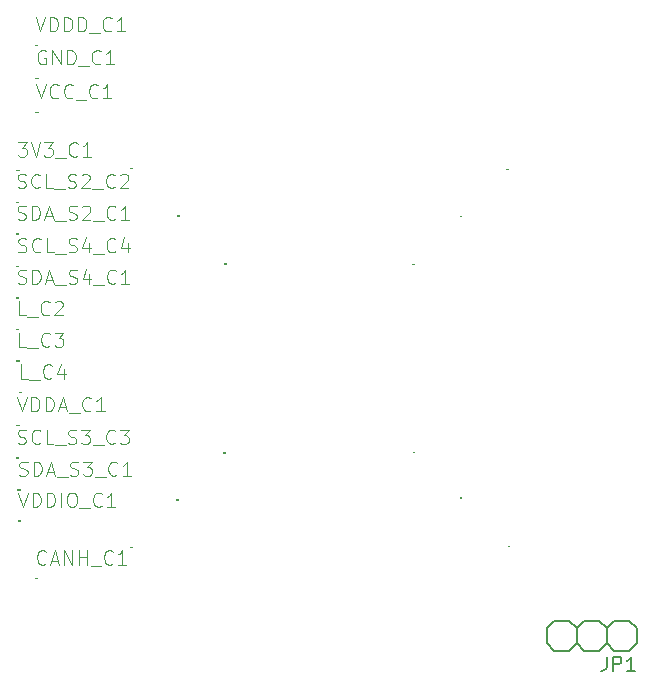
<source format=gbr>
G04 #@! TF.FileFunction,Legend,Top*
%FSLAX46Y46*%
G04 Gerber Fmt 4.6, Leading zero omitted, Abs format (unit mm)*
G04 Created by KiCad (PCBNEW 4.0.6) date 05/07/17 21:00:14*
%MOMM*%
%LPD*%
G01*
G04 APERTURE LIST*
%ADD10C,0.100000*%
%ADD11C,0.152400*%
%ADD12C,0.101600*%
%ADD13C,0.002032*%
%ADD14C,0.127000*%
G04 APERTURE END LIST*
D10*
D11*
X262800100Y-131458900D02*
X261530100Y-131458900D01*
X261530100Y-131458900D02*
X260895100Y-130823900D01*
X260895100Y-130823900D02*
X260895100Y-129553900D01*
X260895100Y-129553900D02*
X261530100Y-128918900D01*
X260895100Y-130823900D02*
X260260100Y-131458900D01*
X260260100Y-131458900D02*
X258990100Y-131458900D01*
X258990100Y-131458900D02*
X258355100Y-130823900D01*
X258355100Y-130823900D02*
X258355100Y-129553900D01*
X258355100Y-129553900D02*
X258990100Y-128918900D01*
X258990100Y-128918900D02*
X260260100Y-128918900D01*
X260260100Y-128918900D02*
X260895100Y-129553900D01*
X263435100Y-130823900D02*
X263435100Y-129553900D01*
X262800100Y-131458900D02*
X263435100Y-130823900D01*
X263435100Y-129553900D02*
X262800100Y-128918900D01*
X261530100Y-128918900D02*
X262800100Y-128918900D01*
X258355100Y-130823900D02*
X257720100Y-131458900D01*
X257720100Y-131458900D02*
X256450100Y-131458900D01*
X256450100Y-131458900D02*
X255815100Y-130823900D01*
X255815100Y-130823900D02*
X255815100Y-129553900D01*
X255815100Y-129553900D02*
X256450100Y-128918900D01*
X256450100Y-128918900D02*
X257720100Y-128918900D01*
X257720100Y-128918900D02*
X258355100Y-129553900D01*
D12*
X211034957Y-88417848D02*
X211781838Y-88417848D01*
X211379671Y-88877467D01*
X211552029Y-88877467D01*
X211666933Y-88934919D01*
X211724386Y-88992371D01*
X211781838Y-89107276D01*
X211781838Y-89394538D01*
X211724386Y-89509443D01*
X211666933Y-89566895D01*
X211552029Y-89624348D01*
X211207314Y-89624348D01*
X211092410Y-89566895D01*
X211034957Y-89509443D01*
X212126553Y-88417848D02*
X212528719Y-89624348D01*
X212930886Y-88417848D01*
X213218148Y-88417848D02*
X213965029Y-88417848D01*
X213562862Y-88877467D01*
X213735220Y-88877467D01*
X213850124Y-88934919D01*
X213907577Y-88992371D01*
X213965029Y-89107276D01*
X213965029Y-89394538D01*
X213907577Y-89509443D01*
X213850124Y-89566895D01*
X213735220Y-89624348D01*
X213390505Y-89624348D01*
X213275601Y-89566895D01*
X213218148Y-89509443D01*
X214194839Y-89739252D02*
X215114077Y-89739252D01*
X216090767Y-89509443D02*
X216033315Y-89566895D01*
X215860958Y-89624348D01*
X215746053Y-89624348D01*
X215573696Y-89566895D01*
X215458791Y-89451990D01*
X215401339Y-89337086D01*
X215343887Y-89107276D01*
X215343887Y-88934919D01*
X215401339Y-88705110D01*
X215458791Y-88590205D01*
X215573696Y-88475300D01*
X215746053Y-88417848D01*
X215860958Y-88417848D01*
X216033315Y-88475300D01*
X216090767Y-88532752D01*
X217239815Y-89624348D02*
X216550387Y-89624348D01*
X216895101Y-89624348D02*
X216895101Y-88417848D01*
X216780196Y-88590205D01*
X216665291Y-88705110D01*
X216550387Y-88762562D01*
D13*
X210910245Y-90788551D02*
X210910245Y-90764421D01*
X210919438Y-90764421D01*
X210921736Y-90765570D01*
X210922885Y-90766719D01*
X210924034Y-90769017D01*
X210924034Y-90772464D01*
X210922885Y-90774762D01*
X210921736Y-90775911D01*
X210919438Y-90777060D01*
X210910245Y-90777060D01*
X210930928Y-90764421D02*
X210944717Y-90764421D01*
X210937822Y-90788551D02*
X210937822Y-90764421D01*
X210966549Y-90788551D02*
X210958505Y-90777060D01*
X210952760Y-90788551D02*
X210952760Y-90764421D01*
X210961953Y-90764421D01*
X210964251Y-90765570D01*
X210965400Y-90766719D01*
X210966549Y-90769017D01*
X210966549Y-90772464D01*
X210965400Y-90774762D01*
X210964251Y-90775911D01*
X210961953Y-90777060D01*
X210952760Y-90777060D01*
X210989530Y-90788551D02*
X210975741Y-90788551D01*
X210982635Y-90788551D02*
X210982635Y-90764421D01*
X210980337Y-90767868D01*
X210978039Y-90770166D01*
X210975741Y-90771315D01*
X210996424Y-90764421D02*
X211010213Y-90764421D01*
X211003318Y-90788551D02*
X211003318Y-90764421D01*
X211018256Y-90788551D02*
X211018256Y-90764421D01*
X211027449Y-90764421D01*
X211029747Y-90765570D01*
X211030896Y-90766719D01*
X211032045Y-90769017D01*
X211032045Y-90772464D01*
X211030896Y-90774762D01*
X211029747Y-90775911D01*
X211027449Y-90777060D01*
X211018256Y-90777060D01*
X211055026Y-90788551D02*
X211041237Y-90788551D01*
X211048131Y-90788551D02*
X211048131Y-90764421D01*
X211045833Y-90767868D01*
X211043535Y-90770166D01*
X211041237Y-90771315D01*
X211078007Y-90788551D02*
X211064218Y-90788551D01*
X211071112Y-90788551D02*
X211071112Y-90764421D01*
X211068814Y-90767868D01*
X211066516Y-90770166D01*
X211064218Y-90771315D01*
X211102137Y-90788551D02*
X211094093Y-90777060D01*
X211088348Y-90788551D02*
X211088348Y-90764421D01*
X211097541Y-90764421D01*
X211099839Y-90765570D01*
X211100988Y-90766719D01*
X211102137Y-90769017D01*
X211102137Y-90772464D01*
X211100988Y-90774762D01*
X211099839Y-90775911D01*
X211097541Y-90777060D01*
X211088348Y-90777060D01*
D12*
X213383838Y-80652100D02*
X213268933Y-80594648D01*
X213096576Y-80594648D01*
X212924219Y-80652100D01*
X212809314Y-80767005D01*
X212751862Y-80881910D01*
X212694410Y-81111719D01*
X212694410Y-81284076D01*
X212751862Y-81513886D01*
X212809314Y-81628790D01*
X212924219Y-81743695D01*
X213096576Y-81801148D01*
X213211481Y-81801148D01*
X213383838Y-81743695D01*
X213441290Y-81686243D01*
X213441290Y-81284076D01*
X213211481Y-81284076D01*
X213958362Y-81801148D02*
X213958362Y-80594648D01*
X214647790Y-81801148D01*
X214647790Y-80594648D01*
X215222314Y-81801148D02*
X215222314Y-80594648D01*
X215509576Y-80594648D01*
X215681933Y-80652100D01*
X215796838Y-80767005D01*
X215854290Y-80881910D01*
X215911742Y-81111719D01*
X215911742Y-81284076D01*
X215854290Y-81513886D01*
X215796838Y-81628790D01*
X215681933Y-81743695D01*
X215509576Y-81801148D01*
X215222314Y-81801148D01*
X216141552Y-81916052D02*
X217060790Y-81916052D01*
X218037480Y-81686243D02*
X217980028Y-81743695D01*
X217807671Y-81801148D01*
X217692766Y-81801148D01*
X217520409Y-81743695D01*
X217405504Y-81628790D01*
X217348052Y-81513886D01*
X217290600Y-81284076D01*
X217290600Y-81111719D01*
X217348052Y-80881910D01*
X217405504Y-80767005D01*
X217520409Y-80652100D01*
X217692766Y-80594648D01*
X217807671Y-80594648D01*
X217980028Y-80652100D01*
X218037480Y-80709552D01*
X219186528Y-81801148D02*
X218497100Y-81801148D01*
X218841814Y-81801148D02*
X218841814Y-80594648D01*
X218726909Y-80767005D01*
X218612004Y-80881910D01*
X218497100Y-80939362D01*
D13*
X212512245Y-82965351D02*
X212512245Y-82941221D01*
X212521438Y-82941221D01*
X212523736Y-82942370D01*
X212524885Y-82943519D01*
X212526034Y-82945817D01*
X212526034Y-82949264D01*
X212524885Y-82951562D01*
X212523736Y-82952711D01*
X212521438Y-82953860D01*
X212512245Y-82953860D01*
X212532928Y-82941221D02*
X212546717Y-82941221D01*
X212539822Y-82965351D02*
X212539822Y-82941221D01*
X212568549Y-82965351D02*
X212560505Y-82953860D01*
X212554760Y-82965351D02*
X212554760Y-82941221D01*
X212563953Y-82941221D01*
X212566251Y-82942370D01*
X212567400Y-82943519D01*
X212568549Y-82945817D01*
X212568549Y-82949264D01*
X212567400Y-82951562D01*
X212566251Y-82952711D01*
X212563953Y-82953860D01*
X212554760Y-82953860D01*
X212591530Y-82965351D02*
X212577741Y-82965351D01*
X212584635Y-82965351D02*
X212584635Y-82941221D01*
X212582337Y-82944668D01*
X212580039Y-82946966D01*
X212577741Y-82948115D01*
X212598424Y-82941221D02*
X212612213Y-82941221D01*
X212605318Y-82965351D02*
X212605318Y-82941221D01*
X212620256Y-82965351D02*
X212620256Y-82941221D01*
X212629449Y-82941221D01*
X212631747Y-82942370D01*
X212632896Y-82943519D01*
X212634045Y-82945817D01*
X212634045Y-82949264D01*
X212632896Y-82951562D01*
X212631747Y-82952711D01*
X212629449Y-82953860D01*
X212620256Y-82953860D01*
X212657026Y-82965351D02*
X212643237Y-82965351D01*
X212650131Y-82965351D02*
X212650131Y-82941221D01*
X212647833Y-82944668D01*
X212645535Y-82946966D01*
X212643237Y-82948115D01*
X212680007Y-82965351D02*
X212666218Y-82965351D01*
X212673112Y-82965351D02*
X212673112Y-82941221D01*
X212670814Y-82944668D01*
X212668516Y-82946966D01*
X212666218Y-82948115D01*
X212704137Y-82965351D02*
X212696093Y-82953860D01*
X212690348Y-82965351D02*
X212690348Y-82941221D01*
X212699541Y-82941221D01*
X212701839Y-82942370D01*
X212702988Y-82943519D01*
X212704137Y-82945817D01*
X212704137Y-82949264D01*
X212702988Y-82951562D01*
X212701839Y-82952711D01*
X212699541Y-82953860D01*
X212690348Y-82953860D01*
D12*
X211697986Y-103060948D02*
X211123462Y-103060948D01*
X211123462Y-101854448D01*
X211812890Y-103175852D02*
X212732128Y-103175852D01*
X213708818Y-102946043D02*
X213651366Y-103003495D01*
X213479009Y-103060948D01*
X213364104Y-103060948D01*
X213191747Y-103003495D01*
X213076842Y-102888590D01*
X213019390Y-102773686D01*
X212961938Y-102543876D01*
X212961938Y-102371519D01*
X213019390Y-102141710D01*
X213076842Y-102026805D01*
X213191747Y-101911900D01*
X213364104Y-101854448D01*
X213479009Y-101854448D01*
X213651366Y-101911900D01*
X213708818Y-101969352D01*
X214168438Y-101969352D02*
X214225890Y-101911900D01*
X214340795Y-101854448D01*
X214628057Y-101854448D01*
X214742961Y-101911900D01*
X214800414Y-101969352D01*
X214857866Y-102084257D01*
X214857866Y-102199162D01*
X214800414Y-102371519D01*
X214110985Y-103060948D01*
X214857866Y-103060948D01*
D13*
X210883845Y-104225151D02*
X210883845Y-104201021D01*
X210893038Y-104201021D01*
X210895336Y-104202170D01*
X210896485Y-104203319D01*
X210897634Y-104205617D01*
X210897634Y-104209064D01*
X210896485Y-104211362D01*
X210895336Y-104212511D01*
X210893038Y-104213660D01*
X210883845Y-104213660D01*
X210904528Y-104201021D02*
X210918317Y-104201021D01*
X210911422Y-104225151D02*
X210911422Y-104201021D01*
X210940149Y-104225151D02*
X210932105Y-104213660D01*
X210926360Y-104225151D02*
X210926360Y-104201021D01*
X210935553Y-104201021D01*
X210937851Y-104202170D01*
X210939000Y-104203319D01*
X210940149Y-104205617D01*
X210940149Y-104209064D01*
X210939000Y-104211362D01*
X210937851Y-104212511D01*
X210935553Y-104213660D01*
X210926360Y-104213660D01*
X210963130Y-104225151D02*
X210949341Y-104225151D01*
X210956235Y-104225151D02*
X210956235Y-104201021D01*
X210953937Y-104204468D01*
X210951639Y-104206766D01*
X210949341Y-104207915D01*
X210970024Y-104201021D02*
X210983813Y-104201021D01*
X210976918Y-104225151D02*
X210976918Y-104201021D01*
X210991856Y-104225151D02*
X210991856Y-104201021D01*
X211001049Y-104201021D01*
X211003347Y-104202170D01*
X211004496Y-104203319D01*
X211005645Y-104205617D01*
X211005645Y-104209064D01*
X211004496Y-104211362D01*
X211003347Y-104212511D01*
X211001049Y-104213660D01*
X210991856Y-104213660D01*
X211028626Y-104225151D02*
X211014837Y-104225151D01*
X211021731Y-104225151D02*
X211021731Y-104201021D01*
X211019433Y-104204468D01*
X211017135Y-104206766D01*
X211014837Y-104207915D01*
X211051607Y-104225151D02*
X211037818Y-104225151D01*
X211044712Y-104225151D02*
X211044712Y-104201021D01*
X211042414Y-104204468D01*
X211040116Y-104206766D01*
X211037818Y-104207915D01*
X211075737Y-104225151D02*
X211067693Y-104213660D01*
X211061948Y-104225151D02*
X211061948Y-104201021D01*
X211071141Y-104201021D01*
X211073439Y-104202170D01*
X211074588Y-104203319D01*
X211075737Y-104205617D01*
X211075737Y-104209064D01*
X211074588Y-104211362D01*
X211073439Y-104212511D01*
X211071141Y-104213660D01*
X211061948Y-104213660D01*
D12*
X211723386Y-105727948D02*
X211148862Y-105727948D01*
X211148862Y-104521448D01*
X211838290Y-105842852D02*
X212757528Y-105842852D01*
X213734218Y-105613043D02*
X213676766Y-105670495D01*
X213504409Y-105727948D01*
X213389504Y-105727948D01*
X213217147Y-105670495D01*
X213102242Y-105555590D01*
X213044790Y-105440686D01*
X212987338Y-105210876D01*
X212987338Y-105038519D01*
X213044790Y-104808710D01*
X213102242Y-104693805D01*
X213217147Y-104578900D01*
X213389504Y-104521448D01*
X213504409Y-104521448D01*
X213676766Y-104578900D01*
X213734218Y-104636352D01*
X214136385Y-104521448D02*
X214883266Y-104521448D01*
X214481099Y-104981067D01*
X214653457Y-104981067D01*
X214768361Y-105038519D01*
X214825814Y-105095971D01*
X214883266Y-105210876D01*
X214883266Y-105498138D01*
X214825814Y-105613043D01*
X214768361Y-105670495D01*
X214653457Y-105727948D01*
X214308742Y-105727948D01*
X214193838Y-105670495D01*
X214136385Y-105613043D01*
D13*
X210909245Y-106892151D02*
X210909245Y-106868021D01*
X210918438Y-106868021D01*
X210920736Y-106869170D01*
X210921885Y-106870319D01*
X210923034Y-106872617D01*
X210923034Y-106876064D01*
X210921885Y-106878362D01*
X210920736Y-106879511D01*
X210918438Y-106880660D01*
X210909245Y-106880660D01*
X210929928Y-106868021D02*
X210943717Y-106868021D01*
X210936822Y-106892151D02*
X210936822Y-106868021D01*
X210965549Y-106892151D02*
X210957505Y-106880660D01*
X210951760Y-106892151D02*
X210951760Y-106868021D01*
X210960953Y-106868021D01*
X210963251Y-106869170D01*
X210964400Y-106870319D01*
X210965549Y-106872617D01*
X210965549Y-106876064D01*
X210964400Y-106878362D01*
X210963251Y-106879511D01*
X210960953Y-106880660D01*
X210951760Y-106880660D01*
X210988530Y-106892151D02*
X210974741Y-106892151D01*
X210981635Y-106892151D02*
X210981635Y-106868021D01*
X210979337Y-106871468D01*
X210977039Y-106873766D01*
X210974741Y-106874915D01*
X210995424Y-106868021D02*
X211009213Y-106868021D01*
X211002318Y-106892151D02*
X211002318Y-106868021D01*
X211017256Y-106892151D02*
X211017256Y-106868021D01*
X211026449Y-106868021D01*
X211028747Y-106869170D01*
X211029896Y-106870319D01*
X211031045Y-106872617D01*
X211031045Y-106876064D01*
X211029896Y-106878362D01*
X211028747Y-106879511D01*
X211026449Y-106880660D01*
X211017256Y-106880660D01*
X211054026Y-106892151D02*
X211040237Y-106892151D01*
X211047131Y-106892151D02*
X211047131Y-106868021D01*
X211044833Y-106871468D01*
X211042535Y-106873766D01*
X211040237Y-106874915D01*
X211077007Y-106892151D02*
X211063218Y-106892151D01*
X211070112Y-106892151D02*
X211070112Y-106868021D01*
X211067814Y-106871468D01*
X211065516Y-106873766D01*
X211063218Y-106874915D01*
X211101137Y-106892151D02*
X211093093Y-106880660D01*
X211087348Y-106892151D02*
X211087348Y-106868021D01*
X211096541Y-106868021D01*
X211098839Y-106869170D01*
X211099988Y-106870319D01*
X211101137Y-106872617D01*
X211101137Y-106876064D01*
X211099988Y-106878362D01*
X211098839Y-106879511D01*
X211096541Y-106880660D01*
X211087348Y-106880660D01*
D12*
X211899386Y-108420348D02*
X211324862Y-108420348D01*
X211324862Y-107213848D01*
X212014290Y-108535252D02*
X212933528Y-108535252D01*
X213910218Y-108305443D02*
X213852766Y-108362895D01*
X213680409Y-108420348D01*
X213565504Y-108420348D01*
X213393147Y-108362895D01*
X213278242Y-108247990D01*
X213220790Y-108133086D01*
X213163338Y-107903276D01*
X213163338Y-107730919D01*
X213220790Y-107501110D01*
X213278242Y-107386205D01*
X213393147Y-107271300D01*
X213565504Y-107213848D01*
X213680409Y-107213848D01*
X213852766Y-107271300D01*
X213910218Y-107328752D01*
X214944361Y-107616014D02*
X214944361Y-108420348D01*
X214657099Y-107156395D02*
X214369838Y-108018181D01*
X215116718Y-108018181D01*
D13*
X211085245Y-109584551D02*
X211085245Y-109560421D01*
X211094438Y-109560421D01*
X211096736Y-109561570D01*
X211097885Y-109562719D01*
X211099034Y-109565017D01*
X211099034Y-109568464D01*
X211097885Y-109570762D01*
X211096736Y-109571911D01*
X211094438Y-109573060D01*
X211085245Y-109573060D01*
X211105928Y-109560421D02*
X211119717Y-109560421D01*
X211112822Y-109584551D02*
X211112822Y-109560421D01*
X211141549Y-109584551D02*
X211133505Y-109573060D01*
X211127760Y-109584551D02*
X211127760Y-109560421D01*
X211136953Y-109560421D01*
X211139251Y-109561570D01*
X211140400Y-109562719D01*
X211141549Y-109565017D01*
X211141549Y-109568464D01*
X211140400Y-109570762D01*
X211139251Y-109571911D01*
X211136953Y-109573060D01*
X211127760Y-109573060D01*
X211164530Y-109584551D02*
X211150741Y-109584551D01*
X211157635Y-109584551D02*
X211157635Y-109560421D01*
X211155337Y-109563868D01*
X211153039Y-109566166D01*
X211150741Y-109567315D01*
X211171424Y-109560421D02*
X211185213Y-109560421D01*
X211178318Y-109584551D02*
X211178318Y-109560421D01*
X211193256Y-109584551D02*
X211193256Y-109560421D01*
X211202449Y-109560421D01*
X211204747Y-109561570D01*
X211205896Y-109562719D01*
X211207045Y-109565017D01*
X211207045Y-109568464D01*
X211205896Y-109570762D01*
X211204747Y-109571911D01*
X211202449Y-109573060D01*
X211193256Y-109573060D01*
X211230026Y-109584551D02*
X211216237Y-109584551D01*
X211223131Y-109584551D02*
X211223131Y-109560421D01*
X211220833Y-109563868D01*
X211218535Y-109566166D01*
X211216237Y-109567315D01*
X211253007Y-109584551D02*
X211239218Y-109584551D01*
X211246112Y-109584551D02*
X211246112Y-109560421D01*
X211243814Y-109563868D01*
X211241516Y-109566166D01*
X211239218Y-109567315D01*
X211277137Y-109584551D02*
X211269093Y-109573060D01*
X211263348Y-109584551D02*
X211263348Y-109560421D01*
X211272541Y-109560421D01*
X211274839Y-109561570D01*
X211275988Y-109562719D01*
X211277137Y-109565017D01*
X211277137Y-109568464D01*
X211275988Y-109570762D01*
X211274839Y-109571911D01*
X211272541Y-109573060D01*
X211263348Y-109573060D01*
D12*
X211018010Y-92233895D02*
X211190367Y-92291348D01*
X211477629Y-92291348D01*
X211592533Y-92233895D01*
X211649986Y-92176443D01*
X211707438Y-92061538D01*
X211707438Y-91946633D01*
X211649986Y-91831729D01*
X211592533Y-91774276D01*
X211477629Y-91716824D01*
X211247819Y-91659371D01*
X211132914Y-91601919D01*
X211075462Y-91544467D01*
X211018010Y-91429562D01*
X211018010Y-91314657D01*
X211075462Y-91199752D01*
X211132914Y-91142300D01*
X211247819Y-91084848D01*
X211535081Y-91084848D01*
X211707438Y-91142300D01*
X212913938Y-92176443D02*
X212856486Y-92233895D01*
X212684129Y-92291348D01*
X212569224Y-92291348D01*
X212396867Y-92233895D01*
X212281962Y-92118990D01*
X212224510Y-92004086D01*
X212167058Y-91774276D01*
X212167058Y-91601919D01*
X212224510Y-91372110D01*
X212281962Y-91257205D01*
X212396867Y-91142300D01*
X212569224Y-91084848D01*
X212684129Y-91084848D01*
X212856486Y-91142300D01*
X212913938Y-91199752D01*
X214005534Y-92291348D02*
X213431010Y-92291348D01*
X213431010Y-91084848D01*
X214120438Y-92406252D02*
X215039676Y-92406252D01*
X215269486Y-92233895D02*
X215441843Y-92291348D01*
X215729105Y-92291348D01*
X215844009Y-92233895D01*
X215901462Y-92176443D01*
X215958914Y-92061538D01*
X215958914Y-91946633D01*
X215901462Y-91831729D01*
X215844009Y-91774276D01*
X215729105Y-91716824D01*
X215499295Y-91659371D01*
X215384390Y-91601919D01*
X215326938Y-91544467D01*
X215269486Y-91429562D01*
X215269486Y-91314657D01*
X215326938Y-91199752D01*
X215384390Y-91142300D01*
X215499295Y-91084848D01*
X215786557Y-91084848D01*
X215958914Y-91142300D01*
X216418534Y-91199752D02*
X216475986Y-91142300D01*
X216590891Y-91084848D01*
X216878153Y-91084848D01*
X216993057Y-91142300D01*
X217050510Y-91199752D01*
X217107962Y-91314657D01*
X217107962Y-91429562D01*
X217050510Y-91601919D01*
X216361081Y-92291348D01*
X217107962Y-92291348D01*
X217337772Y-92406252D02*
X218257010Y-92406252D01*
X219233700Y-92176443D02*
X219176248Y-92233895D01*
X219003891Y-92291348D01*
X218888986Y-92291348D01*
X218716629Y-92233895D01*
X218601724Y-92118990D01*
X218544272Y-92004086D01*
X218486820Y-91774276D01*
X218486820Y-91601919D01*
X218544272Y-91372110D01*
X218601724Y-91257205D01*
X218716629Y-91142300D01*
X218888986Y-91084848D01*
X219003891Y-91084848D01*
X219176248Y-91142300D01*
X219233700Y-91199752D01*
X219693320Y-91199752D02*
X219750772Y-91142300D01*
X219865677Y-91084848D01*
X220152939Y-91084848D01*
X220267843Y-91142300D01*
X220325296Y-91199752D01*
X220382748Y-91314657D01*
X220382748Y-91429562D01*
X220325296Y-91601919D01*
X219635867Y-92291348D01*
X220382748Y-92291348D01*
D13*
X210835845Y-93455551D02*
X210835845Y-93431421D01*
X210845038Y-93431421D01*
X210847336Y-93432570D01*
X210848485Y-93433719D01*
X210849634Y-93436017D01*
X210849634Y-93439464D01*
X210848485Y-93441762D01*
X210847336Y-93442911D01*
X210845038Y-93444060D01*
X210835845Y-93444060D01*
X210856528Y-93431421D02*
X210870317Y-93431421D01*
X210863422Y-93455551D02*
X210863422Y-93431421D01*
X210892149Y-93455551D02*
X210884105Y-93444060D01*
X210878360Y-93455551D02*
X210878360Y-93431421D01*
X210887553Y-93431421D01*
X210889851Y-93432570D01*
X210891000Y-93433719D01*
X210892149Y-93436017D01*
X210892149Y-93439464D01*
X210891000Y-93441762D01*
X210889851Y-93442911D01*
X210887553Y-93444060D01*
X210878360Y-93444060D01*
X210915130Y-93455551D02*
X210901341Y-93455551D01*
X210908235Y-93455551D02*
X210908235Y-93431421D01*
X210905937Y-93434868D01*
X210903639Y-93437166D01*
X210901341Y-93438315D01*
X210922024Y-93431421D02*
X210935813Y-93431421D01*
X210928918Y-93455551D02*
X210928918Y-93431421D01*
X210943856Y-93455551D02*
X210943856Y-93431421D01*
X210953049Y-93431421D01*
X210955347Y-93432570D01*
X210956496Y-93433719D01*
X210957645Y-93436017D01*
X210957645Y-93439464D01*
X210956496Y-93441762D01*
X210955347Y-93442911D01*
X210953049Y-93444060D01*
X210943856Y-93444060D01*
X210980626Y-93455551D02*
X210966837Y-93455551D01*
X210973731Y-93455551D02*
X210973731Y-93431421D01*
X210971433Y-93434868D01*
X210969135Y-93437166D01*
X210966837Y-93438315D01*
X211003607Y-93455551D02*
X210989818Y-93455551D01*
X210996712Y-93455551D02*
X210996712Y-93431421D01*
X210994414Y-93434868D01*
X210992116Y-93437166D01*
X210989818Y-93438315D01*
X211027737Y-93455551D02*
X211019693Y-93444060D01*
X211013948Y-93455551D02*
X211013948Y-93431421D01*
X211023141Y-93431421D01*
X211025439Y-93432570D01*
X211026588Y-93433719D01*
X211027737Y-93436017D01*
X211027737Y-93439464D01*
X211026588Y-93441762D01*
X211025439Y-93442911D01*
X211023141Y-93444060D01*
X211013948Y-93444060D01*
D12*
X211041610Y-113900095D02*
X211213967Y-113957548D01*
X211501229Y-113957548D01*
X211616133Y-113900095D01*
X211673586Y-113842643D01*
X211731038Y-113727738D01*
X211731038Y-113612833D01*
X211673586Y-113497929D01*
X211616133Y-113440476D01*
X211501229Y-113383024D01*
X211271419Y-113325571D01*
X211156514Y-113268119D01*
X211099062Y-113210667D01*
X211041610Y-113095762D01*
X211041610Y-112980857D01*
X211099062Y-112865952D01*
X211156514Y-112808500D01*
X211271419Y-112751048D01*
X211558681Y-112751048D01*
X211731038Y-112808500D01*
X212937538Y-113842643D02*
X212880086Y-113900095D01*
X212707729Y-113957548D01*
X212592824Y-113957548D01*
X212420467Y-113900095D01*
X212305562Y-113785190D01*
X212248110Y-113670286D01*
X212190658Y-113440476D01*
X212190658Y-113268119D01*
X212248110Y-113038310D01*
X212305562Y-112923405D01*
X212420467Y-112808500D01*
X212592824Y-112751048D01*
X212707729Y-112751048D01*
X212880086Y-112808500D01*
X212937538Y-112865952D01*
X214029134Y-113957548D02*
X213454610Y-113957548D01*
X213454610Y-112751048D01*
X214144038Y-114072452D02*
X215063276Y-114072452D01*
X215293086Y-113900095D02*
X215465443Y-113957548D01*
X215752705Y-113957548D01*
X215867609Y-113900095D01*
X215925062Y-113842643D01*
X215982514Y-113727738D01*
X215982514Y-113612833D01*
X215925062Y-113497929D01*
X215867609Y-113440476D01*
X215752705Y-113383024D01*
X215522895Y-113325571D01*
X215407990Y-113268119D01*
X215350538Y-113210667D01*
X215293086Y-113095762D01*
X215293086Y-112980857D01*
X215350538Y-112865952D01*
X215407990Y-112808500D01*
X215522895Y-112751048D01*
X215810157Y-112751048D01*
X215982514Y-112808500D01*
X216384681Y-112751048D02*
X217131562Y-112751048D01*
X216729395Y-113210667D01*
X216901753Y-113210667D01*
X217016657Y-113268119D01*
X217074110Y-113325571D01*
X217131562Y-113440476D01*
X217131562Y-113727738D01*
X217074110Y-113842643D01*
X217016657Y-113900095D01*
X216901753Y-113957548D01*
X216557038Y-113957548D01*
X216442134Y-113900095D01*
X216384681Y-113842643D01*
X217361372Y-114072452D02*
X218280610Y-114072452D01*
X219257300Y-113842643D02*
X219199848Y-113900095D01*
X219027491Y-113957548D01*
X218912586Y-113957548D01*
X218740229Y-113900095D01*
X218625324Y-113785190D01*
X218567872Y-113670286D01*
X218510420Y-113440476D01*
X218510420Y-113268119D01*
X218567872Y-113038310D01*
X218625324Y-112923405D01*
X218740229Y-112808500D01*
X218912586Y-112751048D01*
X219027491Y-112751048D01*
X219199848Y-112808500D01*
X219257300Y-112865952D01*
X219659467Y-112751048D02*
X220406348Y-112751048D01*
X220004181Y-113210667D01*
X220176539Y-113210667D01*
X220291443Y-113268119D01*
X220348896Y-113325571D01*
X220406348Y-113440476D01*
X220406348Y-113727738D01*
X220348896Y-113842643D01*
X220291443Y-113900095D01*
X220176539Y-113957548D01*
X219831824Y-113957548D01*
X219716920Y-113900095D01*
X219659467Y-113842643D01*
D13*
X210859445Y-115121751D02*
X210859445Y-115097621D01*
X210868638Y-115097621D01*
X210870936Y-115098770D01*
X210872085Y-115099919D01*
X210873234Y-115102217D01*
X210873234Y-115105664D01*
X210872085Y-115107962D01*
X210870936Y-115109111D01*
X210868638Y-115110260D01*
X210859445Y-115110260D01*
X210880128Y-115097621D02*
X210893917Y-115097621D01*
X210887022Y-115121751D02*
X210887022Y-115097621D01*
X210915749Y-115121751D02*
X210907705Y-115110260D01*
X210901960Y-115121751D02*
X210901960Y-115097621D01*
X210911153Y-115097621D01*
X210913451Y-115098770D01*
X210914600Y-115099919D01*
X210915749Y-115102217D01*
X210915749Y-115105664D01*
X210914600Y-115107962D01*
X210913451Y-115109111D01*
X210911153Y-115110260D01*
X210901960Y-115110260D01*
X210938730Y-115121751D02*
X210924941Y-115121751D01*
X210931835Y-115121751D02*
X210931835Y-115097621D01*
X210929537Y-115101068D01*
X210927239Y-115103366D01*
X210924941Y-115104515D01*
X210945624Y-115097621D02*
X210959413Y-115097621D01*
X210952518Y-115121751D02*
X210952518Y-115097621D01*
X210967456Y-115121751D02*
X210967456Y-115097621D01*
X210976649Y-115097621D01*
X210978947Y-115098770D01*
X210980096Y-115099919D01*
X210981245Y-115102217D01*
X210981245Y-115105664D01*
X210980096Y-115107962D01*
X210978947Y-115109111D01*
X210976649Y-115110260D01*
X210967456Y-115110260D01*
X211004226Y-115121751D02*
X210990437Y-115121751D01*
X210997331Y-115121751D02*
X210997331Y-115097621D01*
X210995033Y-115101068D01*
X210992735Y-115103366D01*
X210990437Y-115104515D01*
X211027207Y-115121751D02*
X211013418Y-115121751D01*
X211020312Y-115121751D02*
X211020312Y-115097621D01*
X211018014Y-115101068D01*
X211015716Y-115103366D01*
X211013418Y-115104515D01*
X211051337Y-115121751D02*
X211043293Y-115110260D01*
X211037548Y-115121751D02*
X211037548Y-115097621D01*
X211046741Y-115097621D01*
X211049039Y-115098770D01*
X211050188Y-115099919D01*
X211051337Y-115102217D01*
X211051337Y-115105664D01*
X211050188Y-115107962D01*
X211049039Y-115109111D01*
X211046741Y-115110260D01*
X211037548Y-115110260D01*
D12*
X211068810Y-97669495D02*
X211241167Y-97726948D01*
X211528429Y-97726948D01*
X211643333Y-97669495D01*
X211700786Y-97612043D01*
X211758238Y-97497138D01*
X211758238Y-97382233D01*
X211700786Y-97267329D01*
X211643333Y-97209876D01*
X211528429Y-97152424D01*
X211298619Y-97094971D01*
X211183714Y-97037519D01*
X211126262Y-96980067D01*
X211068810Y-96865162D01*
X211068810Y-96750257D01*
X211126262Y-96635352D01*
X211183714Y-96577900D01*
X211298619Y-96520448D01*
X211585881Y-96520448D01*
X211758238Y-96577900D01*
X212964738Y-97612043D02*
X212907286Y-97669495D01*
X212734929Y-97726948D01*
X212620024Y-97726948D01*
X212447667Y-97669495D01*
X212332762Y-97554590D01*
X212275310Y-97439686D01*
X212217858Y-97209876D01*
X212217858Y-97037519D01*
X212275310Y-96807710D01*
X212332762Y-96692805D01*
X212447667Y-96577900D01*
X212620024Y-96520448D01*
X212734929Y-96520448D01*
X212907286Y-96577900D01*
X212964738Y-96635352D01*
X214056334Y-97726948D02*
X213481810Y-97726948D01*
X213481810Y-96520448D01*
X214171238Y-97841852D02*
X215090476Y-97841852D01*
X215320286Y-97669495D02*
X215492643Y-97726948D01*
X215779905Y-97726948D01*
X215894809Y-97669495D01*
X215952262Y-97612043D01*
X216009714Y-97497138D01*
X216009714Y-97382233D01*
X215952262Y-97267329D01*
X215894809Y-97209876D01*
X215779905Y-97152424D01*
X215550095Y-97094971D01*
X215435190Y-97037519D01*
X215377738Y-96980067D01*
X215320286Y-96865162D01*
X215320286Y-96750257D01*
X215377738Y-96635352D01*
X215435190Y-96577900D01*
X215550095Y-96520448D01*
X215837357Y-96520448D01*
X216009714Y-96577900D01*
X217043857Y-96922614D02*
X217043857Y-97726948D01*
X216756595Y-96462995D02*
X216469334Y-97324781D01*
X217216214Y-97324781D01*
X217388572Y-97841852D02*
X218307810Y-97841852D01*
X219284500Y-97612043D02*
X219227048Y-97669495D01*
X219054691Y-97726948D01*
X218939786Y-97726948D01*
X218767429Y-97669495D01*
X218652524Y-97554590D01*
X218595072Y-97439686D01*
X218537620Y-97209876D01*
X218537620Y-97037519D01*
X218595072Y-96807710D01*
X218652524Y-96692805D01*
X218767429Y-96577900D01*
X218939786Y-96520448D01*
X219054691Y-96520448D01*
X219227048Y-96577900D01*
X219284500Y-96635352D01*
X220318643Y-96922614D02*
X220318643Y-97726948D01*
X220031381Y-96462995D02*
X219744120Y-97324781D01*
X220491000Y-97324781D01*
D13*
X210886645Y-98891151D02*
X210886645Y-98867021D01*
X210895838Y-98867021D01*
X210898136Y-98868170D01*
X210899285Y-98869319D01*
X210900434Y-98871617D01*
X210900434Y-98875064D01*
X210899285Y-98877362D01*
X210898136Y-98878511D01*
X210895838Y-98879660D01*
X210886645Y-98879660D01*
X210907328Y-98867021D02*
X210921117Y-98867021D01*
X210914222Y-98891151D02*
X210914222Y-98867021D01*
X210942949Y-98891151D02*
X210934905Y-98879660D01*
X210929160Y-98891151D02*
X210929160Y-98867021D01*
X210938353Y-98867021D01*
X210940651Y-98868170D01*
X210941800Y-98869319D01*
X210942949Y-98871617D01*
X210942949Y-98875064D01*
X210941800Y-98877362D01*
X210940651Y-98878511D01*
X210938353Y-98879660D01*
X210929160Y-98879660D01*
X210965930Y-98891151D02*
X210952141Y-98891151D01*
X210959035Y-98891151D02*
X210959035Y-98867021D01*
X210956737Y-98870468D01*
X210954439Y-98872766D01*
X210952141Y-98873915D01*
X210972824Y-98867021D02*
X210986613Y-98867021D01*
X210979718Y-98891151D02*
X210979718Y-98867021D01*
X210994656Y-98891151D02*
X210994656Y-98867021D01*
X211003849Y-98867021D01*
X211006147Y-98868170D01*
X211007296Y-98869319D01*
X211008445Y-98871617D01*
X211008445Y-98875064D01*
X211007296Y-98877362D01*
X211006147Y-98878511D01*
X211003849Y-98879660D01*
X210994656Y-98879660D01*
X211031426Y-98891151D02*
X211017637Y-98891151D01*
X211024531Y-98891151D02*
X211024531Y-98867021D01*
X211022233Y-98870468D01*
X211019935Y-98872766D01*
X211017637Y-98873915D01*
X211054407Y-98891151D02*
X211040618Y-98891151D01*
X211047512Y-98891151D02*
X211047512Y-98867021D01*
X211045214Y-98870468D01*
X211042916Y-98872766D01*
X211040618Y-98873915D01*
X211078537Y-98891151D02*
X211070493Y-98879660D01*
X211064748Y-98891151D02*
X211064748Y-98867021D01*
X211073941Y-98867021D01*
X211076239Y-98868170D01*
X211077388Y-98869319D01*
X211078537Y-98871617D01*
X211078537Y-98875064D01*
X211077388Y-98877362D01*
X211076239Y-98878511D01*
X211073941Y-98879660D01*
X211064748Y-98879660D01*
X224439398Y-118657621D02*
X224453187Y-118657621D01*
X224446292Y-118681751D02*
X224446292Y-118657621D01*
X224461230Y-118681751D02*
X224461230Y-118657621D01*
X224470423Y-118657621D01*
X224472721Y-118658770D01*
X224473870Y-118659919D01*
X224475019Y-118662217D01*
X224475019Y-118665664D01*
X224473870Y-118667962D01*
X224472721Y-118669111D01*
X224470423Y-118670260D01*
X224461230Y-118670260D01*
X224493404Y-118669111D02*
X224496851Y-118670260D01*
X224498000Y-118671410D01*
X224499149Y-118673708D01*
X224499149Y-118677155D01*
X224498000Y-118679453D01*
X224496851Y-118680602D01*
X224494553Y-118681751D01*
X224485360Y-118681751D01*
X224485360Y-118657621D01*
X224493404Y-118657621D01*
X224495702Y-118658770D01*
X224496851Y-118659919D01*
X224498000Y-118662217D01*
X224498000Y-118664515D01*
X224496851Y-118666813D01*
X224495702Y-118667962D01*
X224493404Y-118669111D01*
X224485360Y-118669111D01*
X224508341Y-118659919D02*
X224509490Y-118658770D01*
X224511788Y-118657621D01*
X224517534Y-118657621D01*
X224519832Y-118658770D01*
X224520981Y-118659919D01*
X224522130Y-118662217D01*
X224522130Y-118664515D01*
X224520981Y-118667962D01*
X224507192Y-118681751D01*
X224522130Y-118681751D01*
X224533620Y-118680602D02*
X224533620Y-118681751D01*
X224532471Y-118684049D01*
X224531322Y-118685198D01*
X224555452Y-118657621D02*
X224543961Y-118657621D01*
X224542812Y-118669111D01*
X224543961Y-118667962D01*
X224546259Y-118666813D01*
X224552005Y-118666813D01*
X224554303Y-118667962D01*
X224555452Y-118669111D01*
X224556601Y-118671410D01*
X224556601Y-118677155D01*
X224555452Y-118679453D01*
X224554303Y-118680602D01*
X224552005Y-118681751D01*
X224546259Y-118681751D01*
X224543961Y-118680602D01*
X224542812Y-118679453D01*
X224577284Y-118665664D02*
X224577284Y-118681751D01*
X224571538Y-118656472D02*
X224565793Y-118673708D01*
X224580731Y-118673708D01*
X248435398Y-118482621D02*
X248449187Y-118482621D01*
X248442292Y-118506751D02*
X248442292Y-118482621D01*
X248457230Y-118506751D02*
X248457230Y-118482621D01*
X248466423Y-118482621D01*
X248468721Y-118483770D01*
X248469870Y-118484919D01*
X248471019Y-118487217D01*
X248471019Y-118490664D01*
X248469870Y-118492962D01*
X248468721Y-118494111D01*
X248466423Y-118495260D01*
X248457230Y-118495260D01*
X248489404Y-118494111D02*
X248492851Y-118495260D01*
X248494000Y-118496410D01*
X248495149Y-118498708D01*
X248495149Y-118502155D01*
X248494000Y-118504453D01*
X248492851Y-118505602D01*
X248490553Y-118506751D01*
X248481360Y-118506751D01*
X248481360Y-118482621D01*
X248489404Y-118482621D01*
X248491702Y-118483770D01*
X248492851Y-118484919D01*
X248494000Y-118487217D01*
X248494000Y-118489515D01*
X248492851Y-118491813D01*
X248491702Y-118492962D01*
X248489404Y-118494111D01*
X248481360Y-118494111D01*
X248504341Y-118484919D02*
X248505490Y-118483770D01*
X248507788Y-118482621D01*
X248513534Y-118482621D01*
X248515832Y-118483770D01*
X248516981Y-118484919D01*
X248518130Y-118487217D01*
X248518130Y-118489515D01*
X248516981Y-118492962D01*
X248503192Y-118506751D01*
X248518130Y-118506751D01*
X248529620Y-118505602D02*
X248529620Y-118506751D01*
X248528471Y-118509049D01*
X248527322Y-118510198D01*
X248551452Y-118482621D02*
X248539961Y-118482621D01*
X248538812Y-118494111D01*
X248539961Y-118492962D01*
X248542259Y-118491813D01*
X248548005Y-118491813D01*
X248550303Y-118492962D01*
X248551452Y-118494111D01*
X248552601Y-118496410D01*
X248552601Y-118502155D01*
X248551452Y-118504453D01*
X248550303Y-118505602D01*
X248548005Y-118506751D01*
X248542259Y-118506751D01*
X248539961Y-118505602D01*
X248538812Y-118504453D01*
X248573284Y-118490664D02*
X248573284Y-118506751D01*
X248567538Y-118481472D02*
X248561793Y-118498708D01*
X248576731Y-118498708D01*
X248432398Y-94666621D02*
X248446187Y-94666621D01*
X248439292Y-94690751D02*
X248439292Y-94666621D01*
X248454230Y-94690751D02*
X248454230Y-94666621D01*
X248463423Y-94666621D01*
X248465721Y-94667770D01*
X248466870Y-94668919D01*
X248468019Y-94671217D01*
X248468019Y-94674664D01*
X248466870Y-94676962D01*
X248465721Y-94678111D01*
X248463423Y-94679260D01*
X248454230Y-94679260D01*
X248486404Y-94678111D02*
X248489851Y-94679260D01*
X248491000Y-94680410D01*
X248492149Y-94682708D01*
X248492149Y-94686155D01*
X248491000Y-94688453D01*
X248489851Y-94689602D01*
X248487553Y-94690751D01*
X248478360Y-94690751D01*
X248478360Y-94666621D01*
X248486404Y-94666621D01*
X248488702Y-94667770D01*
X248489851Y-94668919D01*
X248491000Y-94671217D01*
X248491000Y-94673515D01*
X248489851Y-94675813D01*
X248488702Y-94676962D01*
X248486404Y-94678111D01*
X248478360Y-94678111D01*
X248501341Y-94668919D02*
X248502490Y-94667770D01*
X248504788Y-94666621D01*
X248510534Y-94666621D01*
X248512832Y-94667770D01*
X248513981Y-94668919D01*
X248515130Y-94671217D01*
X248515130Y-94673515D01*
X248513981Y-94676962D01*
X248500192Y-94690751D01*
X248515130Y-94690751D01*
X248526620Y-94689602D02*
X248526620Y-94690751D01*
X248525471Y-94693049D01*
X248524322Y-94694198D01*
X248548452Y-94666621D02*
X248536961Y-94666621D01*
X248535812Y-94678111D01*
X248536961Y-94676962D01*
X248539259Y-94675813D01*
X248545005Y-94675813D01*
X248547303Y-94676962D01*
X248548452Y-94678111D01*
X248549601Y-94680410D01*
X248549601Y-94686155D01*
X248548452Y-94688453D01*
X248547303Y-94689602D01*
X248545005Y-94690751D01*
X248539259Y-94690751D01*
X248536961Y-94689602D01*
X248535812Y-94688453D01*
X248570284Y-94674664D02*
X248570284Y-94690751D01*
X248564538Y-94665472D02*
X248558793Y-94682708D01*
X248573731Y-94682708D01*
X224511398Y-94609621D02*
X224525187Y-94609621D01*
X224518292Y-94633751D02*
X224518292Y-94609621D01*
X224533230Y-94633751D02*
X224533230Y-94609621D01*
X224542423Y-94609621D01*
X224544721Y-94610770D01*
X224545870Y-94611919D01*
X224547019Y-94614217D01*
X224547019Y-94617664D01*
X224545870Y-94619962D01*
X224544721Y-94621111D01*
X224542423Y-94622260D01*
X224533230Y-94622260D01*
X224565404Y-94621111D02*
X224568851Y-94622260D01*
X224570000Y-94623410D01*
X224571149Y-94625708D01*
X224571149Y-94629155D01*
X224570000Y-94631453D01*
X224568851Y-94632602D01*
X224566553Y-94633751D01*
X224557360Y-94633751D01*
X224557360Y-94609621D01*
X224565404Y-94609621D01*
X224567702Y-94610770D01*
X224568851Y-94611919D01*
X224570000Y-94614217D01*
X224570000Y-94616515D01*
X224568851Y-94618813D01*
X224567702Y-94619962D01*
X224565404Y-94621111D01*
X224557360Y-94621111D01*
X224580341Y-94611919D02*
X224581490Y-94610770D01*
X224583788Y-94609621D01*
X224589534Y-94609621D01*
X224591832Y-94610770D01*
X224592981Y-94611919D01*
X224594130Y-94614217D01*
X224594130Y-94616515D01*
X224592981Y-94619962D01*
X224579192Y-94633751D01*
X224594130Y-94633751D01*
X224605620Y-94632602D02*
X224605620Y-94633751D01*
X224604471Y-94636049D01*
X224603322Y-94637198D01*
X224627452Y-94609621D02*
X224615961Y-94609621D01*
X224614812Y-94621111D01*
X224615961Y-94619962D01*
X224618259Y-94618813D01*
X224624005Y-94618813D01*
X224626303Y-94619962D01*
X224627452Y-94621111D01*
X224628601Y-94623410D01*
X224628601Y-94629155D01*
X224627452Y-94631453D01*
X224626303Y-94632602D01*
X224624005Y-94633751D01*
X224618259Y-94633751D01*
X224615961Y-94632602D01*
X224614812Y-94631453D01*
X224649284Y-94617664D02*
X224649284Y-94633751D01*
X224643538Y-94608472D02*
X224637793Y-94625708D01*
X224652731Y-94625708D01*
D12*
X212579505Y-83490248D02*
X212981671Y-84696748D01*
X213383838Y-83490248D01*
X214475433Y-84581843D02*
X214417981Y-84639295D01*
X214245624Y-84696748D01*
X214130719Y-84696748D01*
X213958362Y-84639295D01*
X213843457Y-84524390D01*
X213786005Y-84409486D01*
X213728553Y-84179676D01*
X213728553Y-84007319D01*
X213786005Y-83777510D01*
X213843457Y-83662605D01*
X213958362Y-83547700D01*
X214130719Y-83490248D01*
X214245624Y-83490248D01*
X214417981Y-83547700D01*
X214475433Y-83605152D01*
X215681933Y-84581843D02*
X215624481Y-84639295D01*
X215452124Y-84696748D01*
X215337219Y-84696748D01*
X215164862Y-84639295D01*
X215049957Y-84524390D01*
X214992505Y-84409486D01*
X214935053Y-84179676D01*
X214935053Y-84007319D01*
X214992505Y-83777510D01*
X215049957Y-83662605D01*
X215164862Y-83547700D01*
X215337219Y-83490248D01*
X215452124Y-83490248D01*
X215624481Y-83547700D01*
X215681933Y-83605152D01*
X215911743Y-84811652D02*
X216830981Y-84811652D01*
X217807671Y-84581843D02*
X217750219Y-84639295D01*
X217577862Y-84696748D01*
X217462957Y-84696748D01*
X217290600Y-84639295D01*
X217175695Y-84524390D01*
X217118243Y-84409486D01*
X217060791Y-84179676D01*
X217060791Y-84007319D01*
X217118243Y-83777510D01*
X217175695Y-83662605D01*
X217290600Y-83547700D01*
X217462957Y-83490248D01*
X217577862Y-83490248D01*
X217750219Y-83547700D01*
X217807671Y-83605152D01*
X218956719Y-84696748D02*
X218267291Y-84696748D01*
X218612005Y-84696748D02*
X218612005Y-83490248D01*
X218497100Y-83662605D01*
X218382195Y-83777510D01*
X218267291Y-83834962D01*
D13*
X212512245Y-85860951D02*
X212512245Y-85836821D01*
X212521438Y-85836821D01*
X212523736Y-85837970D01*
X212524885Y-85839119D01*
X212526034Y-85841417D01*
X212526034Y-85844864D01*
X212524885Y-85847162D01*
X212523736Y-85848311D01*
X212521438Y-85849460D01*
X212512245Y-85849460D01*
X212532928Y-85836821D02*
X212546717Y-85836821D01*
X212539822Y-85860951D02*
X212539822Y-85836821D01*
X212568549Y-85860951D02*
X212560505Y-85849460D01*
X212554760Y-85860951D02*
X212554760Y-85836821D01*
X212563953Y-85836821D01*
X212566251Y-85837970D01*
X212567400Y-85839119D01*
X212568549Y-85841417D01*
X212568549Y-85844864D01*
X212567400Y-85847162D01*
X212566251Y-85848311D01*
X212563953Y-85849460D01*
X212554760Y-85849460D01*
X212591530Y-85860951D02*
X212577741Y-85860951D01*
X212584635Y-85860951D02*
X212584635Y-85836821D01*
X212582337Y-85840268D01*
X212580039Y-85842566D01*
X212577741Y-85843715D01*
X212598424Y-85836821D02*
X212612213Y-85836821D01*
X212605318Y-85860951D02*
X212605318Y-85836821D01*
X212620256Y-85860951D02*
X212620256Y-85836821D01*
X212629449Y-85836821D01*
X212631747Y-85837970D01*
X212632896Y-85839119D01*
X212634045Y-85841417D01*
X212634045Y-85844864D01*
X212632896Y-85847162D01*
X212631747Y-85848311D01*
X212629449Y-85849460D01*
X212620256Y-85849460D01*
X212657026Y-85860951D02*
X212643237Y-85860951D01*
X212650131Y-85860951D02*
X212650131Y-85836821D01*
X212647833Y-85840268D01*
X212645535Y-85842566D01*
X212643237Y-85843715D01*
X212680007Y-85860951D02*
X212666218Y-85860951D01*
X212673112Y-85860951D02*
X212673112Y-85836821D01*
X212670814Y-85840268D01*
X212668516Y-85842566D01*
X212666218Y-85843715D01*
X212704137Y-85860951D02*
X212696093Y-85849460D01*
X212690348Y-85860951D02*
X212690348Y-85836821D01*
X212699541Y-85836821D01*
X212701839Y-85837970D01*
X212702988Y-85839119D01*
X212704137Y-85841417D01*
X212704137Y-85844864D01*
X212702988Y-85847162D01*
X212701839Y-85848311D01*
X212699541Y-85849460D01*
X212690348Y-85849460D01*
X244462398Y-114629621D02*
X244476187Y-114629621D01*
X244469292Y-114653751D02*
X244469292Y-114629621D01*
X244484230Y-114653751D02*
X244484230Y-114629621D01*
X244493423Y-114629621D01*
X244495721Y-114630770D01*
X244496870Y-114631919D01*
X244498019Y-114634217D01*
X244498019Y-114637664D01*
X244496870Y-114639962D01*
X244495721Y-114641111D01*
X244493423Y-114642260D01*
X244484230Y-114642260D01*
X244516404Y-114641111D02*
X244519851Y-114642260D01*
X244521000Y-114643410D01*
X244522149Y-114645708D01*
X244522149Y-114649155D01*
X244521000Y-114651453D01*
X244519851Y-114652602D01*
X244517553Y-114653751D01*
X244508360Y-114653751D01*
X244508360Y-114629621D01*
X244516404Y-114629621D01*
X244518702Y-114630770D01*
X244519851Y-114631919D01*
X244521000Y-114634217D01*
X244521000Y-114636515D01*
X244519851Y-114638813D01*
X244518702Y-114639962D01*
X244516404Y-114641111D01*
X244508360Y-114641111D01*
X244531341Y-114631919D02*
X244532490Y-114630770D01*
X244534788Y-114629621D01*
X244540534Y-114629621D01*
X244542832Y-114630770D01*
X244543981Y-114631919D01*
X244545130Y-114634217D01*
X244545130Y-114636515D01*
X244543981Y-114639962D01*
X244530192Y-114653751D01*
X244545130Y-114653751D01*
X244556620Y-114652602D02*
X244556620Y-114653751D01*
X244555471Y-114656049D01*
X244554322Y-114657198D01*
X244578452Y-114629621D02*
X244566961Y-114629621D01*
X244565812Y-114641111D01*
X244566961Y-114639962D01*
X244569259Y-114638813D01*
X244575005Y-114638813D01*
X244577303Y-114639962D01*
X244578452Y-114641111D01*
X244579601Y-114643410D01*
X244579601Y-114649155D01*
X244578452Y-114651453D01*
X244577303Y-114652602D01*
X244575005Y-114653751D01*
X244569259Y-114653751D01*
X244566961Y-114652602D01*
X244565812Y-114651453D01*
X244600284Y-114637664D02*
X244600284Y-114653751D01*
X244594538Y-114628472D02*
X244588793Y-114645708D01*
X244603731Y-114645708D01*
X228402398Y-114657621D02*
X228416187Y-114657621D01*
X228409292Y-114681751D02*
X228409292Y-114657621D01*
X228424230Y-114681751D02*
X228424230Y-114657621D01*
X228433423Y-114657621D01*
X228435721Y-114658770D01*
X228436870Y-114659919D01*
X228438019Y-114662217D01*
X228438019Y-114665664D01*
X228436870Y-114667962D01*
X228435721Y-114669111D01*
X228433423Y-114670260D01*
X228424230Y-114670260D01*
X228456404Y-114669111D02*
X228459851Y-114670260D01*
X228461000Y-114671410D01*
X228462149Y-114673708D01*
X228462149Y-114677155D01*
X228461000Y-114679453D01*
X228459851Y-114680602D01*
X228457553Y-114681751D01*
X228448360Y-114681751D01*
X228448360Y-114657621D01*
X228456404Y-114657621D01*
X228458702Y-114658770D01*
X228459851Y-114659919D01*
X228461000Y-114662217D01*
X228461000Y-114664515D01*
X228459851Y-114666813D01*
X228458702Y-114667962D01*
X228456404Y-114669111D01*
X228448360Y-114669111D01*
X228471341Y-114659919D02*
X228472490Y-114658770D01*
X228474788Y-114657621D01*
X228480534Y-114657621D01*
X228482832Y-114658770D01*
X228483981Y-114659919D01*
X228485130Y-114662217D01*
X228485130Y-114664515D01*
X228483981Y-114667962D01*
X228470192Y-114681751D01*
X228485130Y-114681751D01*
X228496620Y-114680602D02*
X228496620Y-114681751D01*
X228495471Y-114684049D01*
X228494322Y-114685198D01*
X228518452Y-114657621D02*
X228506961Y-114657621D01*
X228505812Y-114669111D01*
X228506961Y-114667962D01*
X228509259Y-114666813D01*
X228515005Y-114666813D01*
X228517303Y-114667962D01*
X228518452Y-114669111D01*
X228519601Y-114671410D01*
X228519601Y-114677155D01*
X228518452Y-114679453D01*
X228517303Y-114680602D01*
X228515005Y-114681751D01*
X228509259Y-114681751D01*
X228506961Y-114680602D01*
X228505812Y-114679453D01*
X228540284Y-114665664D02*
X228540284Y-114681751D01*
X228534538Y-114656472D02*
X228528793Y-114673708D01*
X228543731Y-114673708D01*
X244429398Y-98694621D02*
X244443187Y-98694621D01*
X244436292Y-98718751D02*
X244436292Y-98694621D01*
X244451230Y-98718751D02*
X244451230Y-98694621D01*
X244460423Y-98694621D01*
X244462721Y-98695770D01*
X244463870Y-98696919D01*
X244465019Y-98699217D01*
X244465019Y-98702664D01*
X244463870Y-98704962D01*
X244462721Y-98706111D01*
X244460423Y-98707260D01*
X244451230Y-98707260D01*
X244483404Y-98706111D02*
X244486851Y-98707260D01*
X244488000Y-98708410D01*
X244489149Y-98710708D01*
X244489149Y-98714155D01*
X244488000Y-98716453D01*
X244486851Y-98717602D01*
X244484553Y-98718751D01*
X244475360Y-98718751D01*
X244475360Y-98694621D01*
X244483404Y-98694621D01*
X244485702Y-98695770D01*
X244486851Y-98696919D01*
X244488000Y-98699217D01*
X244488000Y-98701515D01*
X244486851Y-98703813D01*
X244485702Y-98704962D01*
X244483404Y-98706111D01*
X244475360Y-98706111D01*
X244498341Y-98696919D02*
X244499490Y-98695770D01*
X244501788Y-98694621D01*
X244507534Y-98694621D01*
X244509832Y-98695770D01*
X244510981Y-98696919D01*
X244512130Y-98699217D01*
X244512130Y-98701515D01*
X244510981Y-98704962D01*
X244497192Y-98718751D01*
X244512130Y-98718751D01*
X244523620Y-98717602D02*
X244523620Y-98718751D01*
X244522471Y-98721049D01*
X244521322Y-98722198D01*
X244545452Y-98694621D02*
X244533961Y-98694621D01*
X244532812Y-98706111D01*
X244533961Y-98704962D01*
X244536259Y-98703813D01*
X244542005Y-98703813D01*
X244544303Y-98704962D01*
X244545452Y-98706111D01*
X244546601Y-98708410D01*
X244546601Y-98714155D01*
X244545452Y-98716453D01*
X244544303Y-98717602D01*
X244542005Y-98718751D01*
X244536259Y-98718751D01*
X244533961Y-98717602D01*
X244532812Y-98716453D01*
X244567284Y-98702664D02*
X244567284Y-98718751D01*
X244561538Y-98693472D02*
X244555793Y-98710708D01*
X244570731Y-98710708D01*
X228503398Y-98655621D02*
X228517187Y-98655621D01*
X228510292Y-98679751D02*
X228510292Y-98655621D01*
X228525230Y-98679751D02*
X228525230Y-98655621D01*
X228534423Y-98655621D01*
X228536721Y-98656770D01*
X228537870Y-98657919D01*
X228539019Y-98660217D01*
X228539019Y-98663664D01*
X228537870Y-98665962D01*
X228536721Y-98667111D01*
X228534423Y-98668260D01*
X228525230Y-98668260D01*
X228557404Y-98667111D02*
X228560851Y-98668260D01*
X228562000Y-98669410D01*
X228563149Y-98671708D01*
X228563149Y-98675155D01*
X228562000Y-98677453D01*
X228560851Y-98678602D01*
X228558553Y-98679751D01*
X228549360Y-98679751D01*
X228549360Y-98655621D01*
X228557404Y-98655621D01*
X228559702Y-98656770D01*
X228560851Y-98657919D01*
X228562000Y-98660217D01*
X228562000Y-98662515D01*
X228560851Y-98664813D01*
X228559702Y-98665962D01*
X228557404Y-98667111D01*
X228549360Y-98667111D01*
X228572341Y-98657919D02*
X228573490Y-98656770D01*
X228575788Y-98655621D01*
X228581534Y-98655621D01*
X228583832Y-98656770D01*
X228584981Y-98657919D01*
X228586130Y-98660217D01*
X228586130Y-98662515D01*
X228584981Y-98665962D01*
X228571192Y-98679751D01*
X228586130Y-98679751D01*
X228597620Y-98678602D02*
X228597620Y-98679751D01*
X228596471Y-98682049D01*
X228595322Y-98683198D01*
X228619452Y-98655621D02*
X228607961Y-98655621D01*
X228606812Y-98667111D01*
X228607961Y-98665962D01*
X228610259Y-98664813D01*
X228616005Y-98664813D01*
X228618303Y-98665962D01*
X228619452Y-98667111D01*
X228620601Y-98669410D01*
X228620601Y-98675155D01*
X228619452Y-98677453D01*
X228618303Y-98678602D01*
X228616005Y-98679751D01*
X228610259Y-98679751D01*
X228607961Y-98678602D01*
X228606812Y-98677453D01*
X228641284Y-98663664D02*
X228641284Y-98679751D01*
X228635538Y-98654472D02*
X228629793Y-98671708D01*
X228644731Y-98671708D01*
X252493398Y-122578621D02*
X252507187Y-122578621D01*
X252500292Y-122602751D02*
X252500292Y-122578621D01*
X252515230Y-122602751D02*
X252515230Y-122578621D01*
X252524423Y-122578621D01*
X252526721Y-122579770D01*
X252527870Y-122580919D01*
X252529019Y-122583217D01*
X252529019Y-122586664D01*
X252527870Y-122588962D01*
X252526721Y-122590111D01*
X252524423Y-122591260D01*
X252515230Y-122591260D01*
X252547404Y-122590111D02*
X252550851Y-122591260D01*
X252552000Y-122592410D01*
X252553149Y-122594708D01*
X252553149Y-122598155D01*
X252552000Y-122600453D01*
X252550851Y-122601602D01*
X252548553Y-122602751D01*
X252539360Y-122602751D01*
X252539360Y-122578621D01*
X252547404Y-122578621D01*
X252549702Y-122579770D01*
X252550851Y-122580919D01*
X252552000Y-122583217D01*
X252552000Y-122585515D01*
X252550851Y-122587813D01*
X252549702Y-122588962D01*
X252547404Y-122590111D01*
X252539360Y-122590111D01*
X252562341Y-122580919D02*
X252563490Y-122579770D01*
X252565788Y-122578621D01*
X252571534Y-122578621D01*
X252573832Y-122579770D01*
X252574981Y-122580919D01*
X252576130Y-122583217D01*
X252576130Y-122585515D01*
X252574981Y-122588962D01*
X252561192Y-122602751D01*
X252576130Y-122602751D01*
X252587620Y-122601602D02*
X252587620Y-122602751D01*
X252586471Y-122605049D01*
X252585322Y-122606198D01*
X252609452Y-122578621D02*
X252597961Y-122578621D01*
X252596812Y-122590111D01*
X252597961Y-122588962D01*
X252600259Y-122587813D01*
X252606005Y-122587813D01*
X252608303Y-122588962D01*
X252609452Y-122590111D01*
X252610601Y-122592410D01*
X252610601Y-122598155D01*
X252609452Y-122600453D01*
X252608303Y-122601602D01*
X252606005Y-122602751D01*
X252600259Y-122602751D01*
X252597961Y-122601602D01*
X252596812Y-122600453D01*
X252631284Y-122586664D02*
X252631284Y-122602751D01*
X252625538Y-122577472D02*
X252619793Y-122594708D01*
X252634731Y-122594708D01*
X220531398Y-122674621D02*
X220545187Y-122674621D01*
X220538292Y-122698751D02*
X220538292Y-122674621D01*
X220553230Y-122698751D02*
X220553230Y-122674621D01*
X220562423Y-122674621D01*
X220564721Y-122675770D01*
X220565870Y-122676919D01*
X220567019Y-122679217D01*
X220567019Y-122682664D01*
X220565870Y-122684962D01*
X220564721Y-122686111D01*
X220562423Y-122687260D01*
X220553230Y-122687260D01*
X220585404Y-122686111D02*
X220588851Y-122687260D01*
X220590000Y-122688410D01*
X220591149Y-122690708D01*
X220591149Y-122694155D01*
X220590000Y-122696453D01*
X220588851Y-122697602D01*
X220586553Y-122698751D01*
X220577360Y-122698751D01*
X220577360Y-122674621D01*
X220585404Y-122674621D01*
X220587702Y-122675770D01*
X220588851Y-122676919D01*
X220590000Y-122679217D01*
X220590000Y-122681515D01*
X220588851Y-122683813D01*
X220587702Y-122684962D01*
X220585404Y-122686111D01*
X220577360Y-122686111D01*
X220600341Y-122676919D02*
X220601490Y-122675770D01*
X220603788Y-122674621D01*
X220609534Y-122674621D01*
X220611832Y-122675770D01*
X220612981Y-122676919D01*
X220614130Y-122679217D01*
X220614130Y-122681515D01*
X220612981Y-122684962D01*
X220599192Y-122698751D01*
X220614130Y-122698751D01*
X220625620Y-122697602D02*
X220625620Y-122698751D01*
X220624471Y-122701049D01*
X220623322Y-122702198D01*
X220647452Y-122674621D02*
X220635961Y-122674621D01*
X220634812Y-122686111D01*
X220635961Y-122684962D01*
X220638259Y-122683813D01*
X220644005Y-122683813D01*
X220646303Y-122684962D01*
X220647452Y-122686111D01*
X220648601Y-122688410D01*
X220648601Y-122694155D01*
X220647452Y-122696453D01*
X220646303Y-122697602D01*
X220644005Y-122698751D01*
X220638259Y-122698751D01*
X220635961Y-122697602D01*
X220634812Y-122696453D01*
X220669284Y-122682664D02*
X220669284Y-122698751D01*
X220663538Y-122673472D02*
X220657793Y-122690708D01*
X220672731Y-122690708D01*
X252399398Y-90664621D02*
X252413187Y-90664621D01*
X252406292Y-90688751D02*
X252406292Y-90664621D01*
X252421230Y-90688751D02*
X252421230Y-90664621D01*
X252430423Y-90664621D01*
X252432721Y-90665770D01*
X252433870Y-90666919D01*
X252435019Y-90669217D01*
X252435019Y-90672664D01*
X252433870Y-90674962D01*
X252432721Y-90676111D01*
X252430423Y-90677260D01*
X252421230Y-90677260D01*
X252453404Y-90676111D02*
X252456851Y-90677260D01*
X252458000Y-90678410D01*
X252459149Y-90680708D01*
X252459149Y-90684155D01*
X252458000Y-90686453D01*
X252456851Y-90687602D01*
X252454553Y-90688751D01*
X252445360Y-90688751D01*
X252445360Y-90664621D01*
X252453404Y-90664621D01*
X252455702Y-90665770D01*
X252456851Y-90666919D01*
X252458000Y-90669217D01*
X252458000Y-90671515D01*
X252456851Y-90673813D01*
X252455702Y-90674962D01*
X252453404Y-90676111D01*
X252445360Y-90676111D01*
X252468341Y-90666919D02*
X252469490Y-90665770D01*
X252471788Y-90664621D01*
X252477534Y-90664621D01*
X252479832Y-90665770D01*
X252480981Y-90666919D01*
X252482130Y-90669217D01*
X252482130Y-90671515D01*
X252480981Y-90674962D01*
X252467192Y-90688751D01*
X252482130Y-90688751D01*
X252493620Y-90687602D02*
X252493620Y-90688751D01*
X252492471Y-90691049D01*
X252491322Y-90692198D01*
X252515452Y-90664621D02*
X252503961Y-90664621D01*
X252502812Y-90676111D01*
X252503961Y-90674962D01*
X252506259Y-90673813D01*
X252512005Y-90673813D01*
X252514303Y-90674962D01*
X252515452Y-90676111D01*
X252516601Y-90678410D01*
X252516601Y-90684155D01*
X252515452Y-90686453D01*
X252514303Y-90687602D01*
X252512005Y-90688751D01*
X252506259Y-90688751D01*
X252503961Y-90687602D01*
X252502812Y-90686453D01*
X252537284Y-90672664D02*
X252537284Y-90688751D01*
X252531538Y-90663472D02*
X252525793Y-90680708D01*
X252540731Y-90680708D01*
X220511398Y-90603621D02*
X220525187Y-90603621D01*
X220518292Y-90627751D02*
X220518292Y-90603621D01*
X220533230Y-90627751D02*
X220533230Y-90603621D01*
X220542423Y-90603621D01*
X220544721Y-90604770D01*
X220545870Y-90605919D01*
X220547019Y-90608217D01*
X220547019Y-90611664D01*
X220545870Y-90613962D01*
X220544721Y-90615111D01*
X220542423Y-90616260D01*
X220533230Y-90616260D01*
X220565404Y-90615111D02*
X220568851Y-90616260D01*
X220570000Y-90617410D01*
X220571149Y-90619708D01*
X220571149Y-90623155D01*
X220570000Y-90625453D01*
X220568851Y-90626602D01*
X220566553Y-90627751D01*
X220557360Y-90627751D01*
X220557360Y-90603621D01*
X220565404Y-90603621D01*
X220567702Y-90604770D01*
X220568851Y-90605919D01*
X220570000Y-90608217D01*
X220570000Y-90610515D01*
X220568851Y-90612813D01*
X220567702Y-90613962D01*
X220565404Y-90615111D01*
X220557360Y-90615111D01*
X220580341Y-90605919D02*
X220581490Y-90604770D01*
X220583788Y-90603621D01*
X220589534Y-90603621D01*
X220591832Y-90604770D01*
X220592981Y-90605919D01*
X220594130Y-90608217D01*
X220594130Y-90610515D01*
X220592981Y-90613962D01*
X220579192Y-90627751D01*
X220594130Y-90627751D01*
X220605620Y-90626602D02*
X220605620Y-90627751D01*
X220604471Y-90630049D01*
X220603322Y-90631198D01*
X220627452Y-90603621D02*
X220615961Y-90603621D01*
X220614812Y-90615111D01*
X220615961Y-90613962D01*
X220618259Y-90612813D01*
X220624005Y-90612813D01*
X220626303Y-90613962D01*
X220627452Y-90615111D01*
X220628601Y-90617410D01*
X220628601Y-90623155D01*
X220627452Y-90625453D01*
X220626303Y-90626602D01*
X220624005Y-90627751D01*
X220618259Y-90627751D01*
X220615961Y-90626602D01*
X220614812Y-90625453D01*
X220649284Y-90611664D02*
X220649284Y-90627751D01*
X220643538Y-90602472D02*
X220637793Y-90619708D01*
X220652731Y-90619708D01*
D12*
X213390490Y-124053443D02*
X213333038Y-124110895D01*
X213160681Y-124168348D01*
X213045776Y-124168348D01*
X212873419Y-124110895D01*
X212758514Y-123995990D01*
X212701062Y-123881086D01*
X212643610Y-123651276D01*
X212643610Y-123478919D01*
X212701062Y-123249110D01*
X212758514Y-123134205D01*
X212873419Y-123019300D01*
X213045776Y-122961848D01*
X213160681Y-122961848D01*
X213333038Y-123019300D01*
X213390490Y-123076752D01*
X213850110Y-123823633D02*
X214424633Y-123823633D01*
X213735205Y-124168348D02*
X214137371Y-122961848D01*
X214539538Y-124168348D01*
X214941705Y-124168348D02*
X214941705Y-122961848D01*
X215631133Y-124168348D01*
X215631133Y-122961848D01*
X216205657Y-124168348D02*
X216205657Y-122961848D01*
X216205657Y-123536371D02*
X216895085Y-123536371D01*
X216895085Y-124168348D02*
X216895085Y-122961848D01*
X217182347Y-124283252D02*
X218101585Y-124283252D01*
X219078275Y-124053443D02*
X219020823Y-124110895D01*
X218848466Y-124168348D01*
X218733561Y-124168348D01*
X218561204Y-124110895D01*
X218446299Y-123995990D01*
X218388847Y-123881086D01*
X218331395Y-123651276D01*
X218331395Y-123478919D01*
X218388847Y-123249110D01*
X218446299Y-123134205D01*
X218561204Y-123019300D01*
X218733561Y-122961848D01*
X218848466Y-122961848D01*
X219020823Y-123019300D01*
X219078275Y-123076752D01*
X220227323Y-124168348D02*
X219537895Y-124168348D01*
X219882609Y-124168348D02*
X219882609Y-122961848D01*
X219767704Y-123134205D01*
X219652799Y-123249110D01*
X219537895Y-123306562D01*
D13*
X212461445Y-125332551D02*
X212461445Y-125308421D01*
X212470638Y-125308421D01*
X212472936Y-125309570D01*
X212474085Y-125310719D01*
X212475234Y-125313017D01*
X212475234Y-125316464D01*
X212474085Y-125318762D01*
X212472936Y-125319911D01*
X212470638Y-125321060D01*
X212461445Y-125321060D01*
X212482128Y-125308421D02*
X212495917Y-125308421D01*
X212489022Y-125332551D02*
X212489022Y-125308421D01*
X212517749Y-125332551D02*
X212509705Y-125321060D01*
X212503960Y-125332551D02*
X212503960Y-125308421D01*
X212513153Y-125308421D01*
X212515451Y-125309570D01*
X212516600Y-125310719D01*
X212517749Y-125313017D01*
X212517749Y-125316464D01*
X212516600Y-125318762D01*
X212515451Y-125319911D01*
X212513153Y-125321060D01*
X212503960Y-125321060D01*
X212540730Y-125332551D02*
X212526941Y-125332551D01*
X212533835Y-125332551D02*
X212533835Y-125308421D01*
X212531537Y-125311868D01*
X212529239Y-125314166D01*
X212526941Y-125315315D01*
X212547624Y-125308421D02*
X212561413Y-125308421D01*
X212554518Y-125332551D02*
X212554518Y-125308421D01*
X212569456Y-125332551D02*
X212569456Y-125308421D01*
X212578649Y-125308421D01*
X212580947Y-125309570D01*
X212582096Y-125310719D01*
X212583245Y-125313017D01*
X212583245Y-125316464D01*
X212582096Y-125318762D01*
X212580947Y-125319911D01*
X212578649Y-125321060D01*
X212569456Y-125321060D01*
X212606226Y-125332551D02*
X212592437Y-125332551D01*
X212599331Y-125332551D02*
X212599331Y-125308421D01*
X212597033Y-125311868D01*
X212594735Y-125314166D01*
X212592437Y-125315315D01*
X212629207Y-125332551D02*
X212615418Y-125332551D01*
X212622312Y-125332551D02*
X212622312Y-125308421D01*
X212620014Y-125311868D01*
X212617716Y-125314166D01*
X212615418Y-125315315D01*
X212653337Y-125332551D02*
X212645293Y-125321060D01*
X212639548Y-125332551D02*
X212639548Y-125308421D01*
X212648741Y-125308421D01*
X212651039Y-125309570D01*
X212652188Y-125310719D01*
X212653337Y-125313017D01*
X212653337Y-125316464D01*
X212652188Y-125318762D01*
X212651039Y-125319911D01*
X212648741Y-125321060D01*
X212639548Y-125321060D01*
D12*
X212528705Y-77800648D02*
X212930871Y-79007148D01*
X213333038Y-77800648D01*
X213735205Y-79007148D02*
X213735205Y-77800648D01*
X214022467Y-77800648D01*
X214194824Y-77858100D01*
X214309729Y-77973005D01*
X214367181Y-78087910D01*
X214424633Y-78317719D01*
X214424633Y-78490076D01*
X214367181Y-78719886D01*
X214309729Y-78834790D01*
X214194824Y-78949695D01*
X214022467Y-79007148D01*
X213735205Y-79007148D01*
X214941705Y-79007148D02*
X214941705Y-77800648D01*
X215228967Y-77800648D01*
X215401324Y-77858100D01*
X215516229Y-77973005D01*
X215573681Y-78087910D01*
X215631133Y-78317719D01*
X215631133Y-78490076D01*
X215573681Y-78719886D01*
X215516229Y-78834790D01*
X215401324Y-78949695D01*
X215228967Y-79007148D01*
X214941705Y-79007148D01*
X216148205Y-79007148D02*
X216148205Y-77800648D01*
X216435467Y-77800648D01*
X216607824Y-77858100D01*
X216722729Y-77973005D01*
X216780181Y-78087910D01*
X216837633Y-78317719D01*
X216837633Y-78490076D01*
X216780181Y-78719886D01*
X216722729Y-78834790D01*
X216607824Y-78949695D01*
X216435467Y-79007148D01*
X216148205Y-79007148D01*
X217067443Y-79122052D02*
X217986681Y-79122052D01*
X218963371Y-78892243D02*
X218905919Y-78949695D01*
X218733562Y-79007148D01*
X218618657Y-79007148D01*
X218446300Y-78949695D01*
X218331395Y-78834790D01*
X218273943Y-78719886D01*
X218216491Y-78490076D01*
X218216491Y-78317719D01*
X218273943Y-78087910D01*
X218331395Y-77973005D01*
X218446300Y-77858100D01*
X218618657Y-77800648D01*
X218733562Y-77800648D01*
X218905919Y-77858100D01*
X218963371Y-77915552D01*
X220112419Y-79007148D02*
X219422991Y-79007148D01*
X219767705Y-79007148D02*
X219767705Y-77800648D01*
X219652800Y-77973005D01*
X219537895Y-78087910D01*
X219422991Y-78145362D01*
D13*
X212461445Y-80171351D02*
X212461445Y-80147221D01*
X212470638Y-80147221D01*
X212472936Y-80148370D01*
X212474085Y-80149519D01*
X212475234Y-80151817D01*
X212475234Y-80155264D01*
X212474085Y-80157562D01*
X212472936Y-80158711D01*
X212470638Y-80159860D01*
X212461445Y-80159860D01*
X212482128Y-80147221D02*
X212495917Y-80147221D01*
X212489022Y-80171351D02*
X212489022Y-80147221D01*
X212517749Y-80171351D02*
X212509705Y-80159860D01*
X212503960Y-80171351D02*
X212503960Y-80147221D01*
X212513153Y-80147221D01*
X212515451Y-80148370D01*
X212516600Y-80149519D01*
X212517749Y-80151817D01*
X212517749Y-80155264D01*
X212516600Y-80157562D01*
X212515451Y-80158711D01*
X212513153Y-80159860D01*
X212503960Y-80159860D01*
X212540730Y-80171351D02*
X212526941Y-80171351D01*
X212533835Y-80171351D02*
X212533835Y-80147221D01*
X212531537Y-80150668D01*
X212529239Y-80152966D01*
X212526941Y-80154115D01*
X212547624Y-80147221D02*
X212561413Y-80147221D01*
X212554518Y-80171351D02*
X212554518Y-80147221D01*
X212569456Y-80171351D02*
X212569456Y-80147221D01*
X212578649Y-80147221D01*
X212580947Y-80148370D01*
X212582096Y-80149519D01*
X212583245Y-80151817D01*
X212583245Y-80155264D01*
X212582096Y-80157562D01*
X212580947Y-80158711D01*
X212578649Y-80159860D01*
X212569456Y-80159860D01*
X212606226Y-80171351D02*
X212592437Y-80171351D01*
X212599331Y-80171351D02*
X212599331Y-80147221D01*
X212597033Y-80150668D01*
X212594735Y-80152966D01*
X212592437Y-80154115D01*
X212629207Y-80171351D02*
X212615418Y-80171351D01*
X212622312Y-80171351D02*
X212622312Y-80147221D01*
X212620014Y-80150668D01*
X212617716Y-80152966D01*
X212615418Y-80154115D01*
X212653337Y-80171351D02*
X212645293Y-80159860D01*
X212639548Y-80171351D02*
X212639548Y-80147221D01*
X212648741Y-80147221D01*
X212651039Y-80148370D01*
X212652188Y-80149519D01*
X212653337Y-80151817D01*
X212653337Y-80155264D01*
X212652188Y-80157562D01*
X212651039Y-80158711D01*
X212648741Y-80159860D01*
X212639548Y-80159860D01*
D12*
X211075305Y-118085048D02*
X211477471Y-119291548D01*
X211879638Y-118085048D01*
X212281805Y-119291548D02*
X212281805Y-118085048D01*
X212569067Y-118085048D01*
X212741424Y-118142500D01*
X212856329Y-118257405D01*
X212913781Y-118372310D01*
X212971233Y-118602119D01*
X212971233Y-118774476D01*
X212913781Y-119004286D01*
X212856329Y-119119190D01*
X212741424Y-119234095D01*
X212569067Y-119291548D01*
X212281805Y-119291548D01*
X213488305Y-119291548D02*
X213488305Y-118085048D01*
X213775567Y-118085048D01*
X213947924Y-118142500D01*
X214062829Y-118257405D01*
X214120281Y-118372310D01*
X214177733Y-118602119D01*
X214177733Y-118774476D01*
X214120281Y-119004286D01*
X214062829Y-119119190D01*
X213947924Y-119234095D01*
X213775567Y-119291548D01*
X213488305Y-119291548D01*
X214694805Y-119291548D02*
X214694805Y-118085048D01*
X215499138Y-118085048D02*
X215728948Y-118085048D01*
X215843853Y-118142500D01*
X215958757Y-118257405D01*
X216016210Y-118487214D01*
X216016210Y-118889381D01*
X215958757Y-119119190D01*
X215843853Y-119234095D01*
X215728948Y-119291548D01*
X215499138Y-119291548D01*
X215384234Y-119234095D01*
X215269329Y-119119190D01*
X215211877Y-118889381D01*
X215211877Y-118487214D01*
X215269329Y-118257405D01*
X215384234Y-118142500D01*
X215499138Y-118085048D01*
X216246019Y-119406452D02*
X217165257Y-119406452D01*
X218141947Y-119176643D02*
X218084495Y-119234095D01*
X217912138Y-119291548D01*
X217797233Y-119291548D01*
X217624876Y-119234095D01*
X217509971Y-119119190D01*
X217452519Y-119004286D01*
X217395067Y-118774476D01*
X217395067Y-118602119D01*
X217452519Y-118372310D01*
X217509971Y-118257405D01*
X217624876Y-118142500D01*
X217797233Y-118085048D01*
X217912138Y-118085048D01*
X218084495Y-118142500D01*
X218141947Y-118199952D01*
X219290995Y-119291548D02*
X218601567Y-119291548D01*
X218946281Y-119291548D02*
X218946281Y-118085048D01*
X218831376Y-118257405D01*
X218716471Y-118372310D01*
X218601567Y-118429762D01*
D13*
X211008045Y-120455751D02*
X211008045Y-120431621D01*
X211017238Y-120431621D01*
X211019536Y-120432770D01*
X211020685Y-120433919D01*
X211021834Y-120436217D01*
X211021834Y-120439664D01*
X211020685Y-120441962D01*
X211019536Y-120443111D01*
X211017238Y-120444260D01*
X211008045Y-120444260D01*
X211028728Y-120431621D02*
X211042517Y-120431621D01*
X211035622Y-120455751D02*
X211035622Y-120431621D01*
X211064349Y-120455751D02*
X211056305Y-120444260D01*
X211050560Y-120455751D02*
X211050560Y-120431621D01*
X211059753Y-120431621D01*
X211062051Y-120432770D01*
X211063200Y-120433919D01*
X211064349Y-120436217D01*
X211064349Y-120439664D01*
X211063200Y-120441962D01*
X211062051Y-120443111D01*
X211059753Y-120444260D01*
X211050560Y-120444260D01*
X211087330Y-120455751D02*
X211073541Y-120455751D01*
X211080435Y-120455751D02*
X211080435Y-120431621D01*
X211078137Y-120435068D01*
X211075839Y-120437366D01*
X211073541Y-120438515D01*
X211094224Y-120431621D02*
X211108013Y-120431621D01*
X211101118Y-120455751D02*
X211101118Y-120431621D01*
X211116056Y-120455751D02*
X211116056Y-120431621D01*
X211125249Y-120431621D01*
X211127547Y-120432770D01*
X211128696Y-120433919D01*
X211129845Y-120436217D01*
X211129845Y-120439664D01*
X211128696Y-120441962D01*
X211127547Y-120443111D01*
X211125249Y-120444260D01*
X211116056Y-120444260D01*
X211152826Y-120455751D02*
X211139037Y-120455751D01*
X211145931Y-120455751D02*
X211145931Y-120431621D01*
X211143633Y-120435068D01*
X211141335Y-120437366D01*
X211139037Y-120438515D01*
X211175807Y-120455751D02*
X211162018Y-120455751D01*
X211168912Y-120455751D02*
X211168912Y-120431621D01*
X211166614Y-120435068D01*
X211164316Y-120437366D01*
X211162018Y-120438515D01*
X211199937Y-120455751D02*
X211191893Y-120444260D01*
X211186148Y-120455751D02*
X211186148Y-120431621D01*
X211195341Y-120431621D01*
X211197639Y-120432770D01*
X211198788Y-120433919D01*
X211199937Y-120436217D01*
X211199937Y-120439664D01*
X211198788Y-120441962D01*
X211197639Y-120443111D01*
X211195341Y-120444260D01*
X211186148Y-120444260D01*
D12*
X210962905Y-109982448D02*
X211365071Y-111188948D01*
X211767238Y-109982448D01*
X212169405Y-111188948D02*
X212169405Y-109982448D01*
X212456667Y-109982448D01*
X212629024Y-110039900D01*
X212743929Y-110154805D01*
X212801381Y-110269710D01*
X212858833Y-110499519D01*
X212858833Y-110671876D01*
X212801381Y-110901686D01*
X212743929Y-111016590D01*
X212629024Y-111131495D01*
X212456667Y-111188948D01*
X212169405Y-111188948D01*
X213375905Y-111188948D02*
X213375905Y-109982448D01*
X213663167Y-109982448D01*
X213835524Y-110039900D01*
X213950429Y-110154805D01*
X214007881Y-110269710D01*
X214065333Y-110499519D01*
X214065333Y-110671876D01*
X214007881Y-110901686D01*
X213950429Y-111016590D01*
X213835524Y-111131495D01*
X213663167Y-111188948D01*
X213375905Y-111188948D01*
X214524953Y-110844233D02*
X215099476Y-110844233D01*
X214410048Y-111188948D02*
X214812214Y-109982448D01*
X215214381Y-111188948D01*
X215329286Y-111303852D02*
X216248524Y-111303852D01*
X217225214Y-111074043D02*
X217167762Y-111131495D01*
X216995405Y-111188948D01*
X216880500Y-111188948D01*
X216708143Y-111131495D01*
X216593238Y-111016590D01*
X216535786Y-110901686D01*
X216478334Y-110671876D01*
X216478334Y-110499519D01*
X216535786Y-110269710D01*
X216593238Y-110154805D01*
X216708143Y-110039900D01*
X216880500Y-109982448D01*
X216995405Y-109982448D01*
X217167762Y-110039900D01*
X217225214Y-110097352D01*
X218374262Y-111188948D02*
X217684834Y-111188948D01*
X218029548Y-111188948D02*
X218029548Y-109982448D01*
X217914643Y-110154805D01*
X217799738Y-110269710D01*
X217684834Y-110327162D01*
D13*
X210895645Y-112353151D02*
X210895645Y-112329021D01*
X210904838Y-112329021D01*
X210907136Y-112330170D01*
X210908285Y-112331319D01*
X210909434Y-112333617D01*
X210909434Y-112337064D01*
X210908285Y-112339362D01*
X210907136Y-112340511D01*
X210904838Y-112341660D01*
X210895645Y-112341660D01*
X210916328Y-112329021D02*
X210930117Y-112329021D01*
X210923222Y-112353151D02*
X210923222Y-112329021D01*
X210951949Y-112353151D02*
X210943905Y-112341660D01*
X210938160Y-112353151D02*
X210938160Y-112329021D01*
X210947353Y-112329021D01*
X210949651Y-112330170D01*
X210950800Y-112331319D01*
X210951949Y-112333617D01*
X210951949Y-112337064D01*
X210950800Y-112339362D01*
X210949651Y-112340511D01*
X210947353Y-112341660D01*
X210938160Y-112341660D01*
X210974930Y-112353151D02*
X210961141Y-112353151D01*
X210968035Y-112353151D02*
X210968035Y-112329021D01*
X210965737Y-112332468D01*
X210963439Y-112334766D01*
X210961141Y-112335915D01*
X210981824Y-112329021D02*
X210995613Y-112329021D01*
X210988718Y-112353151D02*
X210988718Y-112329021D01*
X211003656Y-112353151D02*
X211003656Y-112329021D01*
X211012849Y-112329021D01*
X211015147Y-112330170D01*
X211016296Y-112331319D01*
X211017445Y-112333617D01*
X211017445Y-112337064D01*
X211016296Y-112339362D01*
X211015147Y-112340511D01*
X211012849Y-112341660D01*
X211003656Y-112341660D01*
X211040426Y-112353151D02*
X211026637Y-112353151D01*
X211033531Y-112353151D02*
X211033531Y-112329021D01*
X211031233Y-112332468D01*
X211028935Y-112334766D01*
X211026637Y-112335915D01*
X211063407Y-112353151D02*
X211049618Y-112353151D01*
X211056512Y-112353151D02*
X211056512Y-112329021D01*
X211054214Y-112332468D01*
X211051916Y-112334766D01*
X211049618Y-112335915D01*
X211087537Y-112353151D02*
X211079493Y-112341660D01*
X211073748Y-112353151D02*
X211073748Y-112329021D01*
X211082941Y-112329021D01*
X211085239Y-112330170D01*
X211086388Y-112331319D01*
X211087537Y-112333617D01*
X211087537Y-112337064D01*
X211086388Y-112339362D01*
X211085239Y-112340511D01*
X211082941Y-112341660D01*
X211073748Y-112341660D01*
D12*
X211018010Y-94926295D02*
X211190367Y-94983748D01*
X211477629Y-94983748D01*
X211592533Y-94926295D01*
X211649986Y-94868843D01*
X211707438Y-94753938D01*
X211707438Y-94639033D01*
X211649986Y-94524129D01*
X211592533Y-94466676D01*
X211477629Y-94409224D01*
X211247819Y-94351771D01*
X211132914Y-94294319D01*
X211075462Y-94236867D01*
X211018010Y-94121962D01*
X211018010Y-94007057D01*
X211075462Y-93892152D01*
X211132914Y-93834700D01*
X211247819Y-93777248D01*
X211535081Y-93777248D01*
X211707438Y-93834700D01*
X212224510Y-94983748D02*
X212224510Y-93777248D01*
X212511772Y-93777248D01*
X212684129Y-93834700D01*
X212799034Y-93949605D01*
X212856486Y-94064510D01*
X212913938Y-94294319D01*
X212913938Y-94466676D01*
X212856486Y-94696486D01*
X212799034Y-94811390D01*
X212684129Y-94926295D01*
X212511772Y-94983748D01*
X212224510Y-94983748D01*
X213373558Y-94639033D02*
X213948081Y-94639033D01*
X213258653Y-94983748D02*
X213660819Y-93777248D01*
X214062986Y-94983748D01*
X214177891Y-95098652D02*
X215097129Y-95098652D01*
X215326939Y-94926295D02*
X215499296Y-94983748D01*
X215786558Y-94983748D01*
X215901462Y-94926295D01*
X215958915Y-94868843D01*
X216016367Y-94753938D01*
X216016367Y-94639033D01*
X215958915Y-94524129D01*
X215901462Y-94466676D01*
X215786558Y-94409224D01*
X215556748Y-94351771D01*
X215441843Y-94294319D01*
X215384391Y-94236867D01*
X215326939Y-94121962D01*
X215326939Y-94007057D01*
X215384391Y-93892152D01*
X215441843Y-93834700D01*
X215556748Y-93777248D01*
X215844010Y-93777248D01*
X216016367Y-93834700D01*
X216475987Y-93892152D02*
X216533439Y-93834700D01*
X216648344Y-93777248D01*
X216935606Y-93777248D01*
X217050510Y-93834700D01*
X217107963Y-93892152D01*
X217165415Y-94007057D01*
X217165415Y-94121962D01*
X217107963Y-94294319D01*
X216418534Y-94983748D01*
X217165415Y-94983748D01*
X217395225Y-95098652D02*
X218314463Y-95098652D01*
X219291153Y-94868843D02*
X219233701Y-94926295D01*
X219061344Y-94983748D01*
X218946439Y-94983748D01*
X218774082Y-94926295D01*
X218659177Y-94811390D01*
X218601725Y-94696486D01*
X218544273Y-94466676D01*
X218544273Y-94294319D01*
X218601725Y-94064510D01*
X218659177Y-93949605D01*
X218774082Y-93834700D01*
X218946439Y-93777248D01*
X219061344Y-93777248D01*
X219233701Y-93834700D01*
X219291153Y-93892152D01*
X220440201Y-94983748D02*
X219750773Y-94983748D01*
X220095487Y-94983748D02*
X220095487Y-93777248D01*
X219980582Y-93949605D01*
X219865677Y-94064510D01*
X219750773Y-94121962D01*
D13*
X210835845Y-96147951D02*
X210835845Y-96123821D01*
X210845038Y-96123821D01*
X210847336Y-96124970D01*
X210848485Y-96126119D01*
X210849634Y-96128417D01*
X210849634Y-96131864D01*
X210848485Y-96134162D01*
X210847336Y-96135311D01*
X210845038Y-96136460D01*
X210835845Y-96136460D01*
X210856528Y-96123821D02*
X210870317Y-96123821D01*
X210863422Y-96147951D02*
X210863422Y-96123821D01*
X210892149Y-96147951D02*
X210884105Y-96136460D01*
X210878360Y-96147951D02*
X210878360Y-96123821D01*
X210887553Y-96123821D01*
X210889851Y-96124970D01*
X210891000Y-96126119D01*
X210892149Y-96128417D01*
X210892149Y-96131864D01*
X210891000Y-96134162D01*
X210889851Y-96135311D01*
X210887553Y-96136460D01*
X210878360Y-96136460D01*
X210915130Y-96147951D02*
X210901341Y-96147951D01*
X210908235Y-96147951D02*
X210908235Y-96123821D01*
X210905937Y-96127268D01*
X210903639Y-96129566D01*
X210901341Y-96130715D01*
X210922024Y-96123821D02*
X210935813Y-96123821D01*
X210928918Y-96147951D02*
X210928918Y-96123821D01*
X210943856Y-96147951D02*
X210943856Y-96123821D01*
X210953049Y-96123821D01*
X210955347Y-96124970D01*
X210956496Y-96126119D01*
X210957645Y-96128417D01*
X210957645Y-96131864D01*
X210956496Y-96134162D01*
X210955347Y-96135311D01*
X210953049Y-96136460D01*
X210943856Y-96136460D01*
X210980626Y-96147951D02*
X210966837Y-96147951D01*
X210973731Y-96147951D02*
X210973731Y-96123821D01*
X210971433Y-96127268D01*
X210969135Y-96129566D01*
X210966837Y-96130715D01*
X211003607Y-96147951D02*
X210989818Y-96147951D01*
X210996712Y-96147951D02*
X210996712Y-96123821D01*
X210994414Y-96127268D01*
X210992116Y-96129566D01*
X210989818Y-96130715D01*
X211027737Y-96147951D02*
X211019693Y-96136460D01*
X211013948Y-96147951D02*
X211013948Y-96123821D01*
X211023141Y-96123821D01*
X211025439Y-96124970D01*
X211026588Y-96126119D01*
X211027737Y-96128417D01*
X211027737Y-96131864D01*
X211026588Y-96134162D01*
X211025439Y-96135311D01*
X211023141Y-96136460D01*
X211013948Y-96136460D01*
D12*
X211164810Y-116592495D02*
X211337167Y-116649948D01*
X211624429Y-116649948D01*
X211739333Y-116592495D01*
X211796786Y-116535043D01*
X211854238Y-116420138D01*
X211854238Y-116305233D01*
X211796786Y-116190329D01*
X211739333Y-116132876D01*
X211624429Y-116075424D01*
X211394619Y-116017971D01*
X211279714Y-115960519D01*
X211222262Y-115903067D01*
X211164810Y-115788162D01*
X211164810Y-115673257D01*
X211222262Y-115558352D01*
X211279714Y-115500900D01*
X211394619Y-115443448D01*
X211681881Y-115443448D01*
X211854238Y-115500900D01*
X212371310Y-116649948D02*
X212371310Y-115443448D01*
X212658572Y-115443448D01*
X212830929Y-115500900D01*
X212945834Y-115615805D01*
X213003286Y-115730710D01*
X213060738Y-115960519D01*
X213060738Y-116132876D01*
X213003286Y-116362686D01*
X212945834Y-116477590D01*
X212830929Y-116592495D01*
X212658572Y-116649948D01*
X212371310Y-116649948D01*
X213520358Y-116305233D02*
X214094881Y-116305233D01*
X213405453Y-116649948D02*
X213807619Y-115443448D01*
X214209786Y-116649948D01*
X214324691Y-116764852D02*
X215243929Y-116764852D01*
X215473739Y-116592495D02*
X215646096Y-116649948D01*
X215933358Y-116649948D01*
X216048262Y-116592495D01*
X216105715Y-116535043D01*
X216163167Y-116420138D01*
X216163167Y-116305233D01*
X216105715Y-116190329D01*
X216048262Y-116132876D01*
X215933358Y-116075424D01*
X215703548Y-116017971D01*
X215588643Y-115960519D01*
X215531191Y-115903067D01*
X215473739Y-115788162D01*
X215473739Y-115673257D01*
X215531191Y-115558352D01*
X215588643Y-115500900D01*
X215703548Y-115443448D01*
X215990810Y-115443448D01*
X216163167Y-115500900D01*
X216565334Y-115443448D02*
X217312215Y-115443448D01*
X216910048Y-115903067D01*
X217082406Y-115903067D01*
X217197310Y-115960519D01*
X217254763Y-116017971D01*
X217312215Y-116132876D01*
X217312215Y-116420138D01*
X217254763Y-116535043D01*
X217197310Y-116592495D01*
X217082406Y-116649948D01*
X216737691Y-116649948D01*
X216622787Y-116592495D01*
X216565334Y-116535043D01*
X217542025Y-116764852D02*
X218461263Y-116764852D01*
X219437953Y-116535043D02*
X219380501Y-116592495D01*
X219208144Y-116649948D01*
X219093239Y-116649948D01*
X218920882Y-116592495D01*
X218805977Y-116477590D01*
X218748525Y-116362686D01*
X218691073Y-116132876D01*
X218691073Y-115960519D01*
X218748525Y-115730710D01*
X218805977Y-115615805D01*
X218920882Y-115500900D01*
X219093239Y-115443448D01*
X219208144Y-115443448D01*
X219380501Y-115500900D01*
X219437953Y-115558352D01*
X220587001Y-116649948D02*
X219897573Y-116649948D01*
X220242287Y-116649948D02*
X220242287Y-115443448D01*
X220127382Y-115615805D01*
X220012477Y-115730710D01*
X219897573Y-115788162D01*
D13*
X210982645Y-117814151D02*
X210982645Y-117790021D01*
X210991838Y-117790021D01*
X210994136Y-117791170D01*
X210995285Y-117792319D01*
X210996434Y-117794617D01*
X210996434Y-117798064D01*
X210995285Y-117800362D01*
X210994136Y-117801511D01*
X210991838Y-117802660D01*
X210982645Y-117802660D01*
X211003328Y-117790021D02*
X211017117Y-117790021D01*
X211010222Y-117814151D02*
X211010222Y-117790021D01*
X211038949Y-117814151D02*
X211030905Y-117802660D01*
X211025160Y-117814151D02*
X211025160Y-117790021D01*
X211034353Y-117790021D01*
X211036651Y-117791170D01*
X211037800Y-117792319D01*
X211038949Y-117794617D01*
X211038949Y-117798064D01*
X211037800Y-117800362D01*
X211036651Y-117801511D01*
X211034353Y-117802660D01*
X211025160Y-117802660D01*
X211061930Y-117814151D02*
X211048141Y-117814151D01*
X211055035Y-117814151D02*
X211055035Y-117790021D01*
X211052737Y-117793468D01*
X211050439Y-117795766D01*
X211048141Y-117796915D01*
X211068824Y-117790021D02*
X211082613Y-117790021D01*
X211075718Y-117814151D02*
X211075718Y-117790021D01*
X211090656Y-117814151D02*
X211090656Y-117790021D01*
X211099849Y-117790021D01*
X211102147Y-117791170D01*
X211103296Y-117792319D01*
X211104445Y-117794617D01*
X211104445Y-117798064D01*
X211103296Y-117800362D01*
X211102147Y-117801511D01*
X211099849Y-117802660D01*
X211090656Y-117802660D01*
X211127426Y-117814151D02*
X211113637Y-117814151D01*
X211120531Y-117814151D02*
X211120531Y-117790021D01*
X211118233Y-117793468D01*
X211115935Y-117795766D01*
X211113637Y-117796915D01*
X211150407Y-117814151D02*
X211136618Y-117814151D01*
X211143512Y-117814151D02*
X211143512Y-117790021D01*
X211141214Y-117793468D01*
X211138916Y-117795766D01*
X211136618Y-117796915D01*
X211174537Y-117814151D02*
X211166493Y-117802660D01*
X211160748Y-117814151D02*
X211160748Y-117790021D01*
X211169941Y-117790021D01*
X211172239Y-117791170D01*
X211173388Y-117792319D01*
X211174537Y-117794617D01*
X211174537Y-117798064D01*
X211173388Y-117800362D01*
X211172239Y-117801511D01*
X211169941Y-117802660D01*
X211160748Y-117802660D01*
D12*
X211054210Y-100336495D02*
X211226567Y-100393948D01*
X211513829Y-100393948D01*
X211628733Y-100336495D01*
X211686186Y-100279043D01*
X211743638Y-100164138D01*
X211743638Y-100049233D01*
X211686186Y-99934329D01*
X211628733Y-99876876D01*
X211513829Y-99819424D01*
X211284019Y-99761971D01*
X211169114Y-99704519D01*
X211111662Y-99647067D01*
X211054210Y-99532162D01*
X211054210Y-99417257D01*
X211111662Y-99302352D01*
X211169114Y-99244900D01*
X211284019Y-99187448D01*
X211571281Y-99187448D01*
X211743638Y-99244900D01*
X212260710Y-100393948D02*
X212260710Y-99187448D01*
X212547972Y-99187448D01*
X212720329Y-99244900D01*
X212835234Y-99359805D01*
X212892686Y-99474710D01*
X212950138Y-99704519D01*
X212950138Y-99876876D01*
X212892686Y-100106686D01*
X212835234Y-100221590D01*
X212720329Y-100336495D01*
X212547972Y-100393948D01*
X212260710Y-100393948D01*
X213409758Y-100049233D02*
X213984281Y-100049233D01*
X213294853Y-100393948D02*
X213697019Y-99187448D01*
X214099186Y-100393948D01*
X214214091Y-100508852D02*
X215133329Y-100508852D01*
X215363139Y-100336495D02*
X215535496Y-100393948D01*
X215822758Y-100393948D01*
X215937662Y-100336495D01*
X215995115Y-100279043D01*
X216052567Y-100164138D01*
X216052567Y-100049233D01*
X215995115Y-99934329D01*
X215937662Y-99876876D01*
X215822758Y-99819424D01*
X215592948Y-99761971D01*
X215478043Y-99704519D01*
X215420591Y-99647067D01*
X215363139Y-99532162D01*
X215363139Y-99417257D01*
X215420591Y-99302352D01*
X215478043Y-99244900D01*
X215592948Y-99187448D01*
X215880210Y-99187448D01*
X216052567Y-99244900D01*
X217086710Y-99589614D02*
X217086710Y-100393948D01*
X216799448Y-99129995D02*
X216512187Y-99991781D01*
X217259067Y-99991781D01*
X217431425Y-100508852D02*
X218350663Y-100508852D01*
X219327353Y-100279043D02*
X219269901Y-100336495D01*
X219097544Y-100393948D01*
X218982639Y-100393948D01*
X218810282Y-100336495D01*
X218695377Y-100221590D01*
X218637925Y-100106686D01*
X218580473Y-99876876D01*
X218580473Y-99704519D01*
X218637925Y-99474710D01*
X218695377Y-99359805D01*
X218810282Y-99244900D01*
X218982639Y-99187448D01*
X219097544Y-99187448D01*
X219269901Y-99244900D01*
X219327353Y-99302352D01*
X220476401Y-100393948D02*
X219786973Y-100393948D01*
X220131687Y-100393948D02*
X220131687Y-99187448D01*
X220016782Y-99359805D01*
X219901877Y-99474710D01*
X219786973Y-99532162D01*
D13*
X210872045Y-101558151D02*
X210872045Y-101534021D01*
X210881238Y-101534021D01*
X210883536Y-101535170D01*
X210884685Y-101536319D01*
X210885834Y-101538617D01*
X210885834Y-101542064D01*
X210884685Y-101544362D01*
X210883536Y-101545511D01*
X210881238Y-101546660D01*
X210872045Y-101546660D01*
X210892728Y-101534021D02*
X210906517Y-101534021D01*
X210899622Y-101558151D02*
X210899622Y-101534021D01*
X210928349Y-101558151D02*
X210920305Y-101546660D01*
X210914560Y-101558151D02*
X210914560Y-101534021D01*
X210923753Y-101534021D01*
X210926051Y-101535170D01*
X210927200Y-101536319D01*
X210928349Y-101538617D01*
X210928349Y-101542064D01*
X210927200Y-101544362D01*
X210926051Y-101545511D01*
X210923753Y-101546660D01*
X210914560Y-101546660D01*
X210951330Y-101558151D02*
X210937541Y-101558151D01*
X210944435Y-101558151D02*
X210944435Y-101534021D01*
X210942137Y-101537468D01*
X210939839Y-101539766D01*
X210937541Y-101540915D01*
X210958224Y-101534021D02*
X210972013Y-101534021D01*
X210965118Y-101558151D02*
X210965118Y-101534021D01*
X210980056Y-101558151D02*
X210980056Y-101534021D01*
X210989249Y-101534021D01*
X210991547Y-101535170D01*
X210992696Y-101536319D01*
X210993845Y-101538617D01*
X210993845Y-101542064D01*
X210992696Y-101544362D01*
X210991547Y-101545511D01*
X210989249Y-101546660D01*
X210980056Y-101546660D01*
X211016826Y-101558151D02*
X211003037Y-101558151D01*
X211009931Y-101558151D02*
X211009931Y-101534021D01*
X211007633Y-101537468D01*
X211005335Y-101539766D01*
X211003037Y-101540915D01*
X211039807Y-101558151D02*
X211026018Y-101558151D01*
X211032912Y-101558151D02*
X211032912Y-101534021D01*
X211030614Y-101537468D01*
X211028316Y-101539766D01*
X211026018Y-101540915D01*
X211063937Y-101558151D02*
X211055893Y-101546660D01*
X211050148Y-101558151D02*
X211050148Y-101534021D01*
X211059341Y-101534021D01*
X211061639Y-101535170D01*
X211062788Y-101536319D01*
X211063937Y-101538617D01*
X211063937Y-101542064D01*
X211062788Y-101544362D01*
X211061639Y-101545511D01*
X211059341Y-101546660D01*
X211050148Y-101546660D01*
D14*
X260868490Y-131960248D02*
X260868490Y-132822033D01*
X260811038Y-132994390D01*
X260696133Y-133109295D01*
X260523776Y-133166748D01*
X260408871Y-133166748D01*
X261443014Y-133166748D02*
X261443014Y-131960248D01*
X261902633Y-131960248D01*
X262017538Y-132017700D01*
X262074990Y-132075152D01*
X262132442Y-132190057D01*
X262132442Y-132362414D01*
X262074990Y-132477319D01*
X262017538Y-132534771D01*
X261902633Y-132592224D01*
X261443014Y-132592224D01*
X263281490Y-133166748D02*
X262592062Y-133166748D01*
X262936776Y-133166748D02*
X262936776Y-131960248D01*
X262821871Y-132132605D01*
X262706966Y-132247510D01*
X262592062Y-132304962D01*
D12*
M02*

</source>
